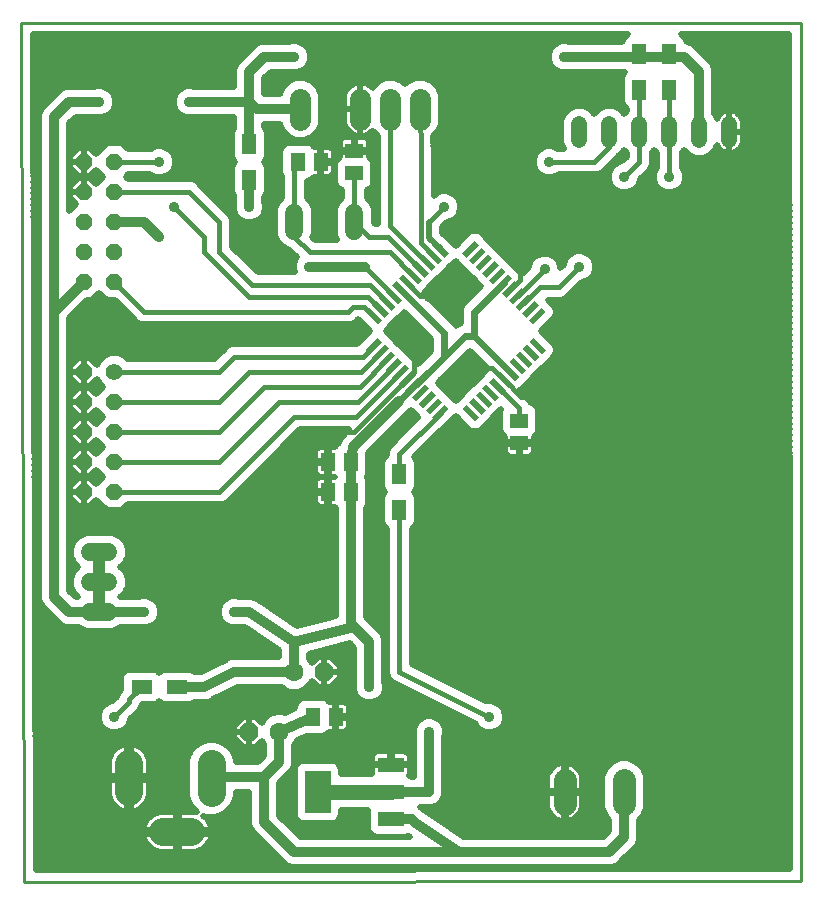
<source format=gbl>
G75*
%MOIN*%
%OFA0B0*%
%FSLAX25Y25*%
%IPPOS*%
%LPD*%
%AMOC8*
5,1,8,0,0,1.08239X$1,22.5*
%
%ADD10C,0.00000*%
%ADD11C,0.01000*%
%ADD12C,0.06300*%
%ADD13OC8,0.06300*%
%ADD14C,0.05600*%
%ADD15OC8,0.05600*%
%ADD16C,0.05200*%
%ADD17C,0.06000*%
%ADD18C,0.09449*%
%ADD19C,0.07000*%
%ADD20R,0.05906X0.01969*%
%ADD21R,0.01969X0.05906*%
%ADD22R,0.04724X0.07087*%
%ADD23R,0.07087X0.04724*%
%ADD24R,0.08799X0.04799*%
%ADD25R,0.08661X0.14173*%
%ADD26R,0.05906X0.05118*%
%ADD27R,0.05118X0.05906*%
%ADD28C,0.07800*%
%ADD29C,0.01969*%
%ADD30C,0.01600*%
%ADD31C,0.03562*%
%ADD32C,0.03200*%
%ADD33C,0.04000*%
%ADD34C,0.02400*%
%ADD35C,0.05000*%
D10*
X0247600Y0001984D02*
X0261600Y0002284D01*
D11*
X0002600Y0001984D02*
X0001500Y0288384D01*
X0261500Y0288384D01*
X0261600Y0002284D01*
X0002600Y0001984D01*
D12*
X0087600Y0051984D03*
X0092600Y0071984D03*
D13*
X0102600Y0071984D03*
X0077600Y0051984D03*
D14*
X0032600Y0171984D03*
D15*
X0032600Y0161984D03*
X0032600Y0151984D03*
X0032600Y0141984D03*
X0032600Y0131984D03*
X0022600Y0131984D03*
X0022600Y0141984D03*
X0022600Y0151984D03*
X0022600Y0161984D03*
X0022600Y0171984D03*
X0022600Y0201984D03*
X0032600Y0201984D03*
X0032600Y0211984D03*
X0032600Y0221984D03*
X0022600Y0221984D03*
X0022600Y0211984D03*
X0022600Y0231984D03*
X0022600Y0241984D03*
X0032600Y0241984D03*
X0032600Y0231984D03*
D16*
X0187600Y0249384D02*
X0187600Y0254584D01*
X0197600Y0254584D02*
X0197600Y0249384D01*
X0207600Y0249384D02*
X0207600Y0254584D01*
X0217600Y0254584D02*
X0217600Y0249384D01*
X0227600Y0249384D02*
X0227600Y0254584D01*
X0237600Y0254584D02*
X0237600Y0249384D01*
D17*
X0112600Y0224984D02*
X0112600Y0218984D01*
X0092600Y0218984D02*
X0092600Y0224984D01*
X0030600Y0111984D02*
X0024600Y0111984D01*
X0024600Y0101984D02*
X0030600Y0101984D01*
X0030600Y0091984D02*
X0024600Y0091984D01*
D18*
X0037421Y0041425D02*
X0037421Y0031976D01*
X0048839Y0018709D02*
X0058287Y0018709D01*
X0065000Y0031760D02*
X0065000Y0041209D01*
D19*
X0094569Y0256083D02*
X0094569Y0263083D01*
X0114569Y0263083D02*
X0114569Y0256083D01*
X0124569Y0256083D02*
X0124569Y0263083D01*
X0134569Y0263083D02*
X0134569Y0256083D01*
D20*
G36*
X0142717Y0210119D02*
X0138542Y0214294D01*
X0139933Y0215685D01*
X0144108Y0211510D01*
X0142717Y0210119D01*
G37*
G36*
X0140489Y0207892D02*
X0136314Y0212067D01*
X0137705Y0213458D01*
X0141880Y0209283D01*
X0140489Y0207892D01*
G37*
G36*
X0138262Y0205665D02*
X0134087Y0209840D01*
X0135478Y0211231D01*
X0139653Y0207056D01*
X0138262Y0205665D01*
G37*
G36*
X0136035Y0203438D02*
X0131860Y0207613D01*
X0133251Y0209004D01*
X0137426Y0204829D01*
X0136035Y0203438D01*
G37*
G36*
X0133808Y0201210D02*
X0129633Y0205385D01*
X0131024Y0206776D01*
X0135199Y0202601D01*
X0133808Y0201210D01*
G37*
G36*
X0131581Y0198983D02*
X0127406Y0203158D01*
X0128797Y0204549D01*
X0132972Y0200374D01*
X0131581Y0198983D01*
G37*
G36*
X0129354Y0196756D02*
X0125179Y0200931D01*
X0126570Y0202322D01*
X0130745Y0198147D01*
X0129354Y0196756D01*
G37*
G36*
X0127127Y0194529D02*
X0122952Y0198704D01*
X0124343Y0200095D01*
X0128518Y0195920D01*
X0127127Y0194529D01*
G37*
G36*
X0124900Y0192302D02*
X0120725Y0196477D01*
X0122116Y0197868D01*
X0126291Y0193693D01*
X0124900Y0192302D01*
G37*
G36*
X0122673Y0190075D02*
X0118498Y0194250D01*
X0119889Y0195641D01*
X0124064Y0191466D01*
X0122673Y0190075D01*
G37*
G36*
X0120445Y0187848D02*
X0116270Y0192023D01*
X0117661Y0193414D01*
X0121836Y0189239D01*
X0120445Y0187848D01*
G37*
G36*
X0152739Y0155555D02*
X0148564Y0159730D01*
X0149955Y0161121D01*
X0154130Y0156946D01*
X0152739Y0155555D01*
G37*
G36*
X0154966Y0157782D02*
X0150791Y0161957D01*
X0152182Y0163348D01*
X0156357Y0159173D01*
X0154966Y0157782D01*
G37*
G36*
X0157193Y0160009D02*
X0153018Y0164184D01*
X0154409Y0165575D01*
X0158584Y0161400D01*
X0157193Y0160009D01*
G37*
G36*
X0159420Y0162236D02*
X0155245Y0166411D01*
X0156636Y0167802D01*
X0160811Y0163627D01*
X0159420Y0162236D01*
G37*
G36*
X0161647Y0164463D02*
X0157472Y0168638D01*
X0158863Y0170029D01*
X0163038Y0165854D01*
X0161647Y0164463D01*
G37*
G36*
X0163874Y0166690D02*
X0159699Y0170865D01*
X0161090Y0172256D01*
X0165265Y0168081D01*
X0163874Y0166690D01*
G37*
G36*
X0166101Y0168917D02*
X0161926Y0173092D01*
X0163317Y0174483D01*
X0167492Y0170308D01*
X0166101Y0168917D01*
G37*
G36*
X0168328Y0171144D02*
X0164153Y0175319D01*
X0165544Y0176710D01*
X0169719Y0172535D01*
X0168328Y0171144D01*
G37*
G36*
X0170555Y0173372D02*
X0166380Y0177547D01*
X0167771Y0178938D01*
X0171946Y0174763D01*
X0170555Y0173372D01*
G37*
G36*
X0172783Y0175599D02*
X0168608Y0179774D01*
X0169999Y0181165D01*
X0174174Y0176990D01*
X0172783Y0175599D01*
G37*
G36*
X0175010Y0177826D02*
X0170835Y0182001D01*
X0172226Y0183392D01*
X0176401Y0179217D01*
X0175010Y0177826D01*
G37*
D21*
G36*
X0172226Y0187848D02*
X0170835Y0189239D01*
X0175010Y0193414D01*
X0176401Y0192023D01*
X0172226Y0187848D01*
G37*
G36*
X0169999Y0190075D02*
X0168608Y0191466D01*
X0172783Y0195641D01*
X0174174Y0194250D01*
X0169999Y0190075D01*
G37*
G36*
X0167771Y0192302D02*
X0166380Y0193693D01*
X0170555Y0197868D01*
X0171946Y0196477D01*
X0167771Y0192302D01*
G37*
G36*
X0165544Y0194529D02*
X0164153Y0195920D01*
X0168328Y0200095D01*
X0169719Y0198704D01*
X0165544Y0194529D01*
G37*
G36*
X0163317Y0196756D02*
X0161926Y0198147D01*
X0166101Y0202322D01*
X0167492Y0200931D01*
X0163317Y0196756D01*
G37*
G36*
X0161090Y0198983D02*
X0159699Y0200374D01*
X0163874Y0204549D01*
X0165265Y0203158D01*
X0161090Y0198983D01*
G37*
G36*
X0158863Y0201210D02*
X0157472Y0202601D01*
X0161647Y0206776D01*
X0163038Y0205385D01*
X0158863Y0201210D01*
G37*
G36*
X0156636Y0203438D02*
X0155245Y0204829D01*
X0159420Y0209004D01*
X0160811Y0207613D01*
X0156636Y0203438D01*
G37*
G36*
X0154409Y0205665D02*
X0153018Y0207056D01*
X0157193Y0211231D01*
X0158584Y0209840D01*
X0154409Y0205665D01*
G37*
G36*
X0152182Y0207892D02*
X0150791Y0209283D01*
X0154966Y0213458D01*
X0156357Y0212067D01*
X0152182Y0207892D01*
G37*
G36*
X0149955Y0210119D02*
X0148564Y0211510D01*
X0152739Y0215685D01*
X0154130Y0214294D01*
X0149955Y0210119D01*
G37*
G36*
X0119889Y0175599D02*
X0118498Y0176990D01*
X0122673Y0181165D01*
X0124064Y0179774D01*
X0119889Y0175599D01*
G37*
G36*
X0122116Y0173372D02*
X0120725Y0174763D01*
X0124900Y0178938D01*
X0126291Y0177547D01*
X0122116Y0173372D01*
G37*
G36*
X0124343Y0171144D02*
X0122952Y0172535D01*
X0127127Y0176710D01*
X0128518Y0175319D01*
X0124343Y0171144D01*
G37*
G36*
X0126570Y0168917D02*
X0125179Y0170308D01*
X0129354Y0174483D01*
X0130745Y0173092D01*
X0126570Y0168917D01*
G37*
G36*
X0128797Y0166690D02*
X0127406Y0168081D01*
X0131581Y0172256D01*
X0132972Y0170865D01*
X0128797Y0166690D01*
G37*
G36*
X0131024Y0164463D02*
X0129633Y0165854D01*
X0133808Y0170029D01*
X0135199Y0168638D01*
X0131024Y0164463D01*
G37*
G36*
X0133251Y0162236D02*
X0131860Y0163627D01*
X0136035Y0167802D01*
X0137426Y0166411D01*
X0133251Y0162236D01*
G37*
G36*
X0135478Y0160009D02*
X0134087Y0161400D01*
X0138262Y0165575D01*
X0139653Y0164184D01*
X0135478Y0160009D01*
G37*
G36*
X0137705Y0157782D02*
X0136314Y0159173D01*
X0140489Y0163348D01*
X0141880Y0161957D01*
X0137705Y0157782D01*
G37*
G36*
X0139933Y0155555D02*
X0138542Y0156946D01*
X0142717Y0161121D01*
X0144108Y0159730D01*
X0139933Y0155555D01*
G37*
G36*
X0117661Y0177826D02*
X0116270Y0179217D01*
X0120445Y0183392D01*
X0121836Y0182001D01*
X0117661Y0177826D01*
G37*
D22*
X0127600Y0137886D03*
X0127600Y0126083D03*
X0077600Y0236083D03*
X0077600Y0247886D03*
X0207600Y0266083D03*
X0217600Y0266083D03*
X0217600Y0277886D03*
X0207600Y0277886D03*
D23*
X0053502Y0066984D03*
X0041698Y0066984D03*
D24*
X0124801Y0041083D03*
X0124801Y0031984D03*
X0124801Y0022886D03*
D25*
X0100399Y0031984D03*
D26*
X0167600Y0148244D03*
X0167600Y0155724D03*
X0112600Y0238244D03*
X0112600Y0245724D03*
D27*
X0101340Y0241984D03*
X0093860Y0241984D03*
X0103860Y0141984D03*
X0111340Y0141984D03*
X0111340Y0131984D03*
X0103860Y0131984D03*
X0106340Y0056984D03*
X0098860Y0056984D03*
D28*
X0182700Y0035884D02*
X0182700Y0028084D01*
X0202500Y0028084D02*
X0202500Y0035884D01*
D29*
X0199814Y0042656D02*
X0142584Y0042656D01*
X0142584Y0040689D02*
X0179302Y0040689D01*
X0179616Y0040917D02*
X0178867Y0040373D01*
X0178212Y0039718D01*
X0177667Y0038968D01*
X0177247Y0038143D01*
X0176961Y0037262D01*
X0176816Y0036347D01*
X0176816Y0032300D01*
X0182384Y0032300D01*
X0182384Y0031668D01*
X0183016Y0031668D01*
X0183016Y0022200D01*
X0183163Y0022200D01*
X0184078Y0022345D01*
X0184959Y0022631D01*
X0185784Y0023052D01*
X0186533Y0023596D01*
X0187188Y0024251D01*
X0187733Y0025000D01*
X0188153Y0025825D01*
X0188439Y0026706D01*
X0188584Y0027621D01*
X0188584Y0031668D01*
X0183016Y0031668D01*
X0183016Y0032300D01*
X0188584Y0032300D01*
X0188584Y0036347D01*
X0188439Y0037262D01*
X0188153Y0038143D01*
X0187733Y0038968D01*
X0187188Y0039718D01*
X0186533Y0040373D01*
X0185784Y0040917D01*
X0184959Y0041337D01*
X0184078Y0041624D01*
X0183163Y0041768D01*
X0183016Y0041768D01*
X0183016Y0032300D01*
X0182384Y0032300D01*
X0182384Y0041768D01*
X0182237Y0041768D01*
X0181322Y0041624D01*
X0180441Y0041337D01*
X0179616Y0040917D01*
X0182384Y0040689D02*
X0183016Y0040689D01*
X0183016Y0038722D02*
X0182384Y0038722D01*
X0182384Y0036755D02*
X0183016Y0036755D01*
X0183016Y0034788D02*
X0182384Y0034788D01*
X0182384Y0032821D02*
X0183016Y0032821D01*
X0182384Y0031668D02*
X0176816Y0031668D01*
X0176816Y0027621D01*
X0176961Y0026706D01*
X0177247Y0025825D01*
X0177667Y0025000D01*
X0178212Y0024251D01*
X0178867Y0023596D01*
X0179616Y0023052D01*
X0180441Y0022631D01*
X0181322Y0022345D01*
X0182237Y0022200D01*
X0182384Y0022200D01*
X0182384Y0031668D01*
X0182384Y0030854D02*
X0183016Y0030854D01*
X0183016Y0028887D02*
X0182384Y0028887D01*
X0182384Y0026920D02*
X0183016Y0026920D01*
X0183016Y0024953D02*
X0182384Y0024953D01*
X0182384Y0022986D02*
X0183016Y0022986D01*
X0185655Y0022986D02*
X0197297Y0022986D01*
X0197516Y0022767D02*
X0197516Y0018949D01*
X0195535Y0016968D01*
X0149109Y0016968D01*
X0135775Y0025858D01*
X0134633Y0027000D01*
X0138591Y0027000D01*
X0140423Y0027759D01*
X0141825Y0029161D01*
X0142584Y0030993D01*
X0142584Y0050520D01*
X0142765Y0050957D01*
X0142765Y0053012D01*
X0141979Y0054910D01*
X0140526Y0056363D01*
X0138627Y0057150D01*
X0136573Y0057150D01*
X0134674Y0056363D01*
X0133221Y0054910D01*
X0132435Y0053012D01*
X0132435Y0050957D01*
X0132616Y0050520D01*
X0132616Y0036968D01*
X0131402Y0036968D01*
X0131117Y0037253D01*
X0130735Y0037411D01*
X0130788Y0037465D01*
X0131049Y0037917D01*
X0131185Y0038422D01*
X0131185Y0040867D01*
X0125016Y0040867D01*
X0125016Y0041298D01*
X0124585Y0041298D01*
X0124585Y0040867D01*
X0118417Y0040867D01*
X0118417Y0038422D01*
X0118552Y0037917D01*
X0118580Y0037868D01*
X0108114Y0037868D01*
X0108114Y0039744D01*
X0107599Y0040988D01*
X0106647Y0041940D01*
X0105403Y0042455D01*
X0095395Y0042455D01*
X0094151Y0041940D01*
X0093199Y0040988D01*
X0092684Y0039744D01*
X0092684Y0024224D01*
X0093199Y0022981D01*
X0094151Y0022029D01*
X0095395Y0021513D01*
X0105403Y0021513D01*
X0106647Y0022029D01*
X0107599Y0022981D01*
X0108114Y0024224D01*
X0108114Y0026100D01*
X0117076Y0026100D01*
X0117017Y0025959D01*
X0117017Y0019813D01*
X0117532Y0018569D01*
X0118484Y0017617D01*
X0119728Y0017102D01*
X0129874Y0017102D01*
X0130530Y0017374D01*
X0131138Y0016968D01*
X0094665Y0016968D01*
X0087584Y0024049D01*
X0087584Y0034920D01*
X0091825Y0039161D01*
X0092584Y0040993D01*
X0092584Y0047728D01*
X0093139Y0048283D01*
X0093499Y0049150D01*
X0096870Y0050647D01*
X0102092Y0050647D01*
X0103336Y0051162D01*
X0104221Y0052047D01*
X0106045Y0052047D01*
X0106045Y0056689D01*
X0106635Y0056689D01*
X0106635Y0052047D01*
X0109160Y0052047D01*
X0109665Y0052182D01*
X0110118Y0052444D01*
X0110487Y0052813D01*
X0110748Y0053266D01*
X0110883Y0053770D01*
X0110883Y0056689D01*
X0106636Y0056689D01*
X0106636Y0057280D01*
X0110883Y0057280D01*
X0110883Y0060198D01*
X0110748Y0060703D01*
X0110487Y0061155D01*
X0110118Y0061525D01*
X0109665Y0061786D01*
X0109160Y0061921D01*
X0106635Y0061921D01*
X0106635Y0057280D01*
X0106045Y0057280D01*
X0106045Y0061921D01*
X0104221Y0061921D01*
X0103336Y0062806D01*
X0102092Y0063321D01*
X0095628Y0063321D01*
X0094384Y0062806D01*
X0093432Y0061854D01*
X0092917Y0060610D01*
X0092917Y0059799D01*
X0089486Y0058275D01*
X0088900Y0058518D01*
X0086300Y0058518D01*
X0083899Y0057524D01*
X0082061Y0055686D01*
X0081797Y0055048D01*
X0079727Y0057118D01*
X0077600Y0057118D01*
X0077600Y0051984D01*
X0077600Y0046850D01*
X0079727Y0046850D01*
X0081797Y0048920D01*
X0082061Y0048283D01*
X0082616Y0047728D01*
X0082616Y0044049D01*
X0080535Y0041968D01*
X0073109Y0041968D01*
X0073109Y0042822D01*
X0071874Y0045802D01*
X0069593Y0048083D01*
X0066613Y0049317D01*
X0063387Y0049317D01*
X0060407Y0048083D01*
X0058126Y0045802D01*
X0056891Y0042822D01*
X0056891Y0030147D01*
X0058126Y0027167D01*
X0060133Y0025159D01*
X0059599Y0025303D01*
X0058727Y0025417D01*
X0054154Y0025417D01*
X0054154Y0019299D01*
X0064976Y0019299D01*
X0064881Y0020020D01*
X0064654Y0020870D01*
X0064317Y0021682D01*
X0063877Y0022444D01*
X0063342Y0023141D01*
X0062720Y0023763D01*
X0062255Y0024120D01*
X0063387Y0023651D01*
X0066613Y0023651D01*
X0069593Y0024886D01*
X0071874Y0027167D01*
X0073109Y0030147D01*
X0073109Y0032000D01*
X0077616Y0032000D01*
X0077616Y0020993D01*
X0078375Y0019161D01*
X0079777Y0017759D01*
X0089777Y0007759D01*
X0091609Y0007000D01*
X0147112Y0007000D01*
X0147605Y0006902D01*
X0148094Y0007000D01*
X0198591Y0007000D01*
X0200423Y0007759D01*
X0201825Y0009161D01*
X0206725Y0014061D01*
X0207484Y0015893D01*
X0207484Y0022767D01*
X0208675Y0023958D01*
X0209784Y0026635D01*
X0209784Y0037333D01*
X0208675Y0040010D01*
X0206626Y0042060D01*
X0203949Y0043168D01*
X0201051Y0043168D01*
X0198374Y0042060D01*
X0196325Y0040010D01*
X0195216Y0037333D01*
X0195216Y0026635D01*
X0196325Y0023958D01*
X0197516Y0022767D01*
X0197516Y0021019D02*
X0143034Y0021019D01*
X0145984Y0019052D02*
X0197516Y0019052D01*
X0195652Y0017085D02*
X0148935Y0017085D01*
X0140083Y0022986D02*
X0179745Y0022986D01*
X0177702Y0024953D02*
X0137133Y0024953D01*
X0134713Y0026920D02*
X0176927Y0026920D01*
X0176816Y0028887D02*
X0141551Y0028887D01*
X0142527Y0030854D02*
X0176816Y0030854D01*
X0176816Y0032821D02*
X0142584Y0032821D01*
X0142584Y0034788D02*
X0176816Y0034788D01*
X0176880Y0036755D02*
X0142584Y0036755D01*
X0142584Y0038722D02*
X0177542Y0038722D01*
X0186098Y0040689D02*
X0197003Y0040689D01*
X0195791Y0038722D02*
X0187858Y0038722D01*
X0188520Y0036755D02*
X0195216Y0036755D01*
X0195216Y0034788D02*
X0188584Y0034788D01*
X0188584Y0032821D02*
X0195216Y0032821D01*
X0195216Y0030854D02*
X0188584Y0030854D01*
X0188584Y0028887D02*
X0195216Y0028887D01*
X0195216Y0026920D02*
X0188473Y0026920D01*
X0187698Y0024953D02*
X0195913Y0024953D01*
X0207703Y0022986D02*
X0257709Y0022986D01*
X0257708Y0024953D02*
X0209087Y0024953D01*
X0209784Y0026920D02*
X0257707Y0026920D01*
X0257706Y0028887D02*
X0209784Y0028887D01*
X0209784Y0030854D02*
X0257706Y0030854D01*
X0257705Y0032821D02*
X0209784Y0032821D01*
X0209784Y0034788D02*
X0257704Y0034788D01*
X0257704Y0036755D02*
X0209784Y0036755D01*
X0209209Y0038722D02*
X0257703Y0038722D01*
X0257702Y0040689D02*
X0207997Y0040689D01*
X0205186Y0042656D02*
X0257702Y0042656D01*
X0257701Y0044623D02*
X0142584Y0044623D01*
X0142584Y0046590D02*
X0257700Y0046590D01*
X0257700Y0048557D02*
X0142584Y0048557D01*
X0142586Y0050524D02*
X0257699Y0050524D01*
X0257698Y0052491D02*
X0160250Y0052491D01*
X0160526Y0052605D02*
X0161979Y0054058D01*
X0162765Y0055957D01*
X0162765Y0058012D01*
X0161979Y0059910D01*
X0160526Y0061363D01*
X0158627Y0062150D01*
X0156626Y0062150D01*
X0131784Y0074570D01*
X0131784Y0119631D01*
X0131879Y0119670D01*
X0132831Y0120622D01*
X0133346Y0121866D01*
X0133346Y0130299D01*
X0132831Y0131543D01*
X0132390Y0131984D01*
X0132831Y0132425D01*
X0133346Y0133669D01*
X0133346Y0142102D01*
X0132831Y0143346D01*
X0132541Y0143637D01*
X0141405Y0152501D01*
X0141850Y0152685D01*
X0146336Y0157171D01*
X0150821Y0152685D01*
X0152065Y0152170D01*
X0153412Y0152170D01*
X0154655Y0152685D01*
X0156999Y0155029D01*
X0159110Y0157139D01*
X0161454Y0159483D01*
X0161500Y0159530D01*
X0161263Y0158957D01*
X0161263Y0152492D01*
X0161778Y0151248D01*
X0162663Y0150364D01*
X0162663Y0148539D01*
X0167305Y0148539D01*
X0167305Y0147949D01*
X0167895Y0147949D01*
X0167895Y0143701D01*
X0170814Y0143701D01*
X0171319Y0143836D01*
X0171771Y0144097D01*
X0172141Y0144467D01*
X0172402Y0144919D01*
X0172537Y0145424D01*
X0172537Y0147949D01*
X0167895Y0147949D01*
X0167895Y0148539D01*
X0172537Y0148539D01*
X0172537Y0150364D01*
X0173422Y0151248D01*
X0173937Y0152492D01*
X0173937Y0158957D01*
X0173422Y0160200D01*
X0172470Y0161152D01*
X0171433Y0161582D01*
X0171147Y0162271D01*
X0167561Y0165858D01*
X0168018Y0166047D01*
X0170362Y0168391D01*
X0172472Y0170502D01*
X0172472Y0170502D01*
X0174816Y0172846D01*
X0177043Y0175073D01*
X0179271Y0177300D01*
X0179786Y0178544D01*
X0179786Y0179890D01*
X0179271Y0181134D01*
X0174785Y0185620D01*
X0179271Y0190106D01*
X0179786Y0191350D01*
X0179786Y0192696D01*
X0179271Y0193940D01*
X0177110Y0196100D01*
X0181732Y0196100D01*
X0183270Y0196737D01*
X0188352Y0201819D01*
X0188627Y0201819D01*
X0190526Y0202605D01*
X0191979Y0204058D01*
X0192765Y0205957D01*
X0192765Y0208012D01*
X0191979Y0209910D01*
X0190526Y0211363D01*
X0188627Y0212150D01*
X0186573Y0212150D01*
X0184674Y0211363D01*
X0183221Y0209910D01*
X0182435Y0208012D01*
X0182435Y0207736D01*
X0181165Y0206467D01*
X0181165Y0207312D01*
X0180379Y0209210D01*
X0178926Y0210663D01*
X0177027Y0211450D01*
X0174973Y0211450D01*
X0173074Y0210663D01*
X0171621Y0209210D01*
X0170835Y0207312D01*
X0170835Y0207036D01*
X0168351Y0204553D01*
X0168135Y0205075D01*
X0165791Y0207419D01*
X0163564Y0209646D01*
X0161454Y0211757D01*
X0159110Y0214101D01*
X0159110Y0214101D01*
X0156883Y0216328D01*
X0154655Y0218555D01*
X0153412Y0219070D01*
X0152065Y0219070D01*
X0150821Y0218555D01*
X0146336Y0214069D01*
X0145028Y0215376D01*
X0145028Y0215376D01*
X0141968Y0218436D01*
X0141968Y0220435D01*
X0143352Y0221819D01*
X0143627Y0221819D01*
X0145526Y0222605D01*
X0146979Y0224058D01*
X0147765Y0225957D01*
X0147765Y0228012D01*
X0146979Y0229910D01*
X0145526Y0231363D01*
X0143627Y0232150D01*
X0141573Y0232150D01*
X0139674Y0231363D01*
X0138984Y0230673D01*
X0138984Y0243552D01*
X0138996Y0243583D01*
X0138984Y0244383D01*
X0138984Y0245183D01*
X0138972Y0245214D01*
X0138889Y0250667D01*
X0140405Y0252183D01*
X0141453Y0254713D01*
X0141453Y0264452D01*
X0140405Y0266982D01*
X0138468Y0268919D01*
X0135938Y0269967D01*
X0133199Y0269967D01*
X0130669Y0268919D01*
X0129568Y0267818D01*
X0128468Y0268919D01*
X0125938Y0269967D01*
X0123199Y0269967D01*
X0120669Y0268919D01*
X0118732Y0266982D01*
X0118642Y0266765D01*
X0118141Y0267266D01*
X0117443Y0267773D01*
X0116674Y0268165D01*
X0115853Y0268432D01*
X0115000Y0268567D01*
X0114569Y0268567D01*
X0114569Y0259583D01*
X0114568Y0259583D01*
X0114568Y0259583D01*
X0109084Y0259583D01*
X0109084Y0263514D01*
X0109219Y0264367D01*
X0109486Y0265188D01*
X0109878Y0265957D01*
X0110385Y0266655D01*
X0110996Y0267266D01*
X0111694Y0267773D01*
X0112463Y0268165D01*
X0113284Y0268432D01*
X0114137Y0268567D01*
X0114568Y0268567D01*
X0114568Y0259583D01*
X0109084Y0259583D01*
X0109084Y0255651D01*
X0109219Y0254798D01*
X0109486Y0253977D01*
X0109878Y0253208D01*
X0110385Y0252510D01*
X0110996Y0251900D01*
X0111694Y0251392D01*
X0112463Y0251000D01*
X0113284Y0250733D01*
X0114137Y0250598D01*
X0114568Y0250598D01*
X0114568Y0259583D01*
X0114569Y0259583D01*
X0114569Y0250598D01*
X0115000Y0250598D01*
X0115853Y0250733D01*
X0116674Y0251000D01*
X0117443Y0251392D01*
X0118141Y0251900D01*
X0118642Y0252401D01*
X0118732Y0252183D01*
X0120384Y0250531D01*
X0120384Y0221168D01*
X0119333Y0221168D01*
X0118984Y0221517D01*
X0118984Y0226254D01*
X0118012Y0228601D01*
X0116784Y0229829D01*
X0116784Y0232532D01*
X0117470Y0232816D01*
X0118422Y0233768D01*
X0118937Y0235012D01*
X0118937Y0241476D01*
X0118422Y0242720D01*
X0117537Y0243605D01*
X0117537Y0245429D01*
X0112895Y0245429D01*
X0112895Y0246020D01*
X0112305Y0246020D01*
X0112305Y0250268D01*
X0109386Y0250268D01*
X0108881Y0250132D01*
X0108429Y0249871D01*
X0108059Y0249502D01*
X0107798Y0249049D01*
X0107663Y0248545D01*
X0107663Y0246020D01*
X0112305Y0246020D01*
X0112305Y0245429D01*
X0107663Y0245429D01*
X0107663Y0243605D01*
X0106778Y0242720D01*
X0106263Y0241476D01*
X0106263Y0235012D01*
X0106778Y0233768D01*
X0107730Y0232816D01*
X0108416Y0232532D01*
X0108416Y0229829D01*
X0107188Y0228601D01*
X0106216Y0226254D01*
X0106216Y0217714D01*
X0106897Y0216068D01*
X0099433Y0216068D01*
X0098634Y0216868D01*
X0098984Y0217714D01*
X0098984Y0226254D01*
X0098012Y0228601D01*
X0096784Y0229829D01*
X0096784Y0235647D01*
X0097092Y0235647D01*
X0098336Y0236162D01*
X0099221Y0237047D01*
X0101045Y0237047D01*
X0101045Y0241689D01*
X0101635Y0241689D01*
X0101635Y0237047D01*
X0104160Y0237047D01*
X0104665Y0237182D01*
X0105118Y0237444D01*
X0105487Y0237813D01*
X0105748Y0238266D01*
X0105883Y0238770D01*
X0105883Y0241689D01*
X0101636Y0241689D01*
X0101636Y0242280D01*
X0105883Y0242280D01*
X0105883Y0245198D01*
X0105748Y0245703D01*
X0105487Y0246155D01*
X0105118Y0246525D01*
X0104665Y0246786D01*
X0104160Y0246921D01*
X0101635Y0246921D01*
X0101635Y0242280D01*
X0101045Y0242280D01*
X0101045Y0246921D01*
X0099221Y0246921D01*
X0098336Y0247806D01*
X0097092Y0248321D01*
X0090628Y0248321D01*
X0089384Y0247806D01*
X0088432Y0246854D01*
X0087917Y0245610D01*
X0087917Y0238358D01*
X0088416Y0237153D01*
X0088416Y0229829D01*
X0087188Y0228601D01*
X0086216Y0226254D01*
X0086216Y0217714D01*
X0087188Y0215368D01*
X0088984Y0213572D01*
X0090881Y0212786D01*
X0093489Y0210178D01*
X0093221Y0209910D01*
X0092435Y0208012D01*
X0092435Y0205957D01*
X0092761Y0205168D01*
X0080333Y0205168D01*
X0071784Y0213717D01*
X0071784Y0222817D01*
X0071147Y0224354D01*
X0061147Y0234354D01*
X0059970Y0235531D01*
X0058432Y0236168D01*
X0037162Y0236168D01*
X0036346Y0236984D01*
X0037162Y0237800D01*
X0044479Y0237800D01*
X0044674Y0237605D01*
X0046573Y0236819D01*
X0048627Y0236819D01*
X0050526Y0237605D01*
X0051979Y0239058D01*
X0052765Y0240957D01*
X0052765Y0243012D01*
X0051979Y0244910D01*
X0050526Y0246363D01*
X0048627Y0247150D01*
X0046573Y0247150D01*
X0044674Y0246363D01*
X0044479Y0246168D01*
X0037162Y0246168D01*
X0035162Y0248168D01*
X0030038Y0248168D01*
X0026610Y0244740D01*
X0024582Y0246768D01*
X0022600Y0246768D01*
X0020618Y0246768D01*
X0017816Y0243966D01*
X0017816Y0241984D01*
X0017816Y0240003D01*
X0020618Y0237200D01*
X0022600Y0237200D01*
X0024582Y0237200D01*
X0026610Y0239228D01*
X0028854Y0236984D01*
X0026610Y0234740D01*
X0024582Y0236768D01*
X0022600Y0236768D01*
X0020618Y0236768D01*
X0017816Y0233966D01*
X0017816Y0231984D01*
X0017816Y0230003D01*
X0019844Y0227974D01*
X0017584Y0225714D01*
X0017584Y0254920D01*
X0019665Y0257000D01*
X0026135Y0257000D01*
X0026573Y0256819D01*
X0028627Y0256819D01*
X0030526Y0257605D01*
X0031979Y0259058D01*
X0032765Y0260957D01*
X0032765Y0263012D01*
X0031979Y0264910D01*
X0030526Y0266363D01*
X0028627Y0267150D01*
X0026573Y0267150D01*
X0026135Y0266968D01*
X0016609Y0266968D01*
X0014777Y0266210D01*
X0013375Y0264808D01*
X0009777Y0261210D01*
X0008375Y0259808D01*
X0007616Y0257976D01*
X0007616Y0095993D01*
X0008375Y0094161D01*
X0009777Y0092759D01*
X0014777Y0087759D01*
X0016609Y0087000D01*
X0020556Y0087000D01*
X0020984Y0086572D01*
X0023330Y0085600D01*
X0031870Y0085600D01*
X0034216Y0086572D01*
X0034644Y0087000D01*
X0041135Y0087000D01*
X0041573Y0086819D01*
X0043627Y0086819D01*
X0045526Y0087605D01*
X0046979Y0089058D01*
X0047765Y0090957D01*
X0047765Y0093012D01*
X0046979Y0094910D01*
X0045526Y0096363D01*
X0043627Y0097150D01*
X0041573Y0097150D01*
X0041135Y0096968D01*
X0034644Y0096968D01*
X0034629Y0096984D01*
X0036012Y0098368D01*
X0036984Y0100714D01*
X0036984Y0103254D01*
X0036012Y0105601D01*
X0034629Y0106984D01*
X0036012Y0108368D01*
X0036984Y0110714D01*
X0036984Y0113254D01*
X0036012Y0115601D01*
X0034216Y0117397D01*
X0031870Y0118368D01*
X0023330Y0118368D01*
X0020984Y0117397D01*
X0019188Y0115601D01*
X0018216Y0113254D01*
X0018216Y0110714D01*
X0019188Y0108368D01*
X0020571Y0106984D01*
X0019188Y0105601D01*
X0018216Y0103254D01*
X0018216Y0100714D01*
X0019188Y0098368D01*
X0020571Y0096984D01*
X0020556Y0096968D01*
X0019665Y0096968D01*
X0017584Y0099049D01*
X0017584Y0189920D01*
X0023465Y0195800D01*
X0025162Y0195800D01*
X0027600Y0198238D01*
X0030038Y0195800D01*
X0032867Y0195800D01*
X0039053Y0189614D01*
X0040230Y0188437D01*
X0041768Y0187800D01*
X0111232Y0187800D01*
X0112770Y0188437D01*
X0113920Y0189587D01*
X0117886Y0185620D01*
X0113435Y0181168D01*
X0071768Y0181168D01*
X0070230Y0180531D01*
X0069053Y0179354D01*
X0065867Y0176168D01*
X0037162Y0176168D01*
X0036103Y0177227D01*
X0033830Y0178168D01*
X0031370Y0178168D01*
X0029097Y0177227D01*
X0027357Y0175487D01*
X0026920Y0174431D01*
X0024582Y0176768D01*
X0022600Y0176768D01*
X0020618Y0176768D01*
X0017816Y0173966D01*
X0017816Y0171984D01*
X0017816Y0170003D01*
X0020618Y0167200D01*
X0022600Y0167200D01*
X0024582Y0167200D01*
X0026920Y0169538D01*
X0027357Y0168481D01*
X0028854Y0166984D01*
X0026610Y0164740D01*
X0024582Y0166768D01*
X0022600Y0166768D01*
X0020618Y0166768D01*
X0017816Y0163966D01*
X0017816Y0161984D01*
X0017816Y0160003D01*
X0020618Y0157200D01*
X0022600Y0157200D01*
X0024582Y0157200D01*
X0026610Y0159228D01*
X0028854Y0156984D01*
X0026610Y0154740D01*
X0024582Y0156768D01*
X0022600Y0156768D01*
X0020618Y0156768D01*
X0017816Y0153966D01*
X0017816Y0151984D01*
X0017816Y0150003D01*
X0020618Y0147200D01*
X0022600Y0147200D01*
X0024582Y0147200D01*
X0026610Y0149228D01*
X0028854Y0146984D01*
X0026610Y0144740D01*
X0024582Y0146768D01*
X0022600Y0146768D01*
X0020618Y0146768D01*
X0017816Y0143966D01*
X0017816Y0141984D01*
X0017816Y0140003D01*
X0020618Y0137200D01*
X0022600Y0137200D01*
X0024582Y0137200D01*
X0026610Y0139228D01*
X0028854Y0136984D01*
X0026610Y0134740D01*
X0024582Y0136768D01*
X0022600Y0136768D01*
X0020618Y0136768D01*
X0017816Y0133966D01*
X0017816Y0131984D01*
X0017816Y0130003D01*
X0020618Y0127200D01*
X0022600Y0127200D01*
X0024582Y0127200D01*
X0026610Y0129228D01*
X0030038Y0125800D01*
X0035162Y0125800D01*
X0037162Y0127800D01*
X0068432Y0127800D01*
X0069970Y0128437D01*
X0094333Y0152800D01*
X0110921Y0152800D01*
X0108915Y0150794D01*
X0108437Y0150450D01*
X0108220Y0150099D01*
X0107929Y0149808D01*
X0107704Y0149264D01*
X0107394Y0148764D01*
X0107328Y0148357D01*
X0107170Y0147976D01*
X0107170Y0147933D01*
X0106864Y0147806D01*
X0105979Y0146921D01*
X0104155Y0146921D01*
X0104155Y0142280D01*
X0103565Y0142280D01*
X0103565Y0146921D01*
X0101040Y0146921D01*
X0100535Y0146786D01*
X0100082Y0146525D01*
X0099713Y0146155D01*
X0099452Y0145703D01*
X0099317Y0145198D01*
X0099317Y0142280D01*
X0103564Y0142280D01*
X0103564Y0141689D01*
X0099317Y0141689D01*
X0099317Y0138770D01*
X0099452Y0138266D01*
X0099713Y0137813D01*
X0100082Y0137444D01*
X0100535Y0137182D01*
X0101040Y0137047D01*
X0103565Y0137047D01*
X0103565Y0141689D01*
X0104155Y0141689D01*
X0104155Y0137047D01*
X0105979Y0137047D01*
X0106042Y0136984D01*
X0105979Y0136921D01*
X0104155Y0136921D01*
X0104155Y0132280D01*
X0103565Y0132280D01*
X0103565Y0136921D01*
X0101040Y0136921D01*
X0100535Y0136786D01*
X0100082Y0136525D01*
X0099713Y0136155D01*
X0099452Y0135703D01*
X0099317Y0135198D01*
X0099317Y0132280D01*
X0103564Y0132280D01*
X0103564Y0131689D01*
X0099317Y0131689D01*
X0099317Y0128770D01*
X0099452Y0128266D01*
X0099713Y0127813D01*
X0100082Y0127444D01*
X0100535Y0127182D01*
X0101040Y0127047D01*
X0103565Y0127047D01*
X0103565Y0131689D01*
X0104155Y0131689D01*
X0104155Y0127047D01*
X0105979Y0127047D01*
X0106356Y0126671D01*
X0106356Y0090561D01*
X0093530Y0087354D01*
X0080775Y0095858D01*
X0080423Y0096210D01*
X0079959Y0096402D01*
X0079540Y0096681D01*
X0079051Y0096778D01*
X0078591Y0096968D01*
X0078088Y0096968D01*
X0077595Y0097066D01*
X0077106Y0096968D01*
X0074065Y0096968D01*
X0073627Y0097150D01*
X0071573Y0097150D01*
X0069674Y0096363D01*
X0068221Y0094910D01*
X0067435Y0093012D01*
X0067435Y0090957D01*
X0068221Y0089058D01*
X0069674Y0087605D01*
X0071573Y0086819D01*
X0073627Y0086819D01*
X0074065Y0087000D01*
X0076091Y0087000D01*
X0087616Y0079317D01*
X0087616Y0076968D01*
X0073409Y0076968D01*
X0073236Y0077026D01*
X0072423Y0076968D01*
X0071609Y0076968D01*
X0071440Y0076899D01*
X0071258Y0076886D01*
X0070529Y0076521D01*
X0069777Y0076210D01*
X0069648Y0076081D01*
X0061423Y0071968D01*
X0059209Y0071968D01*
X0058962Y0072215D01*
X0057718Y0072731D01*
X0049285Y0072731D01*
X0048041Y0072215D01*
X0047600Y0071774D01*
X0047159Y0072215D01*
X0045915Y0072731D01*
X0037482Y0072731D01*
X0036238Y0072215D01*
X0035286Y0071263D01*
X0034771Y0070020D01*
X0034771Y0065974D01*
X0034053Y0065256D01*
X0033416Y0063718D01*
X0033416Y0063717D01*
X0031848Y0062150D01*
X0031573Y0062150D01*
X0029674Y0061363D01*
X0028221Y0059910D01*
X0027435Y0058012D01*
X0027435Y0055957D01*
X0028221Y0054058D01*
X0029674Y0052605D01*
X0031573Y0051819D01*
X0033627Y0051819D01*
X0035526Y0052605D01*
X0036979Y0054058D01*
X0037765Y0055957D01*
X0037765Y0056232D01*
X0039970Y0058437D01*
X0041147Y0059614D01*
X0041784Y0061152D01*
X0041784Y0061153D01*
X0041869Y0061238D01*
X0045915Y0061238D01*
X0047159Y0061753D01*
X0047600Y0062194D01*
X0048041Y0061753D01*
X0049285Y0061238D01*
X0057718Y0061238D01*
X0058962Y0061753D01*
X0059209Y0062000D01*
X0061791Y0062000D01*
X0061964Y0061942D01*
X0062777Y0062000D01*
X0063591Y0062000D01*
X0063760Y0062070D01*
X0063942Y0062083D01*
X0064671Y0062447D01*
X0065423Y0062759D01*
X0065552Y0062888D01*
X0073777Y0067000D01*
X0088343Y0067000D01*
X0088899Y0066445D01*
X0091300Y0065450D01*
X0093900Y0065450D01*
X0096301Y0066445D01*
X0098139Y0068283D01*
X0098403Y0068920D01*
X0100473Y0066850D01*
X0102600Y0066850D01*
X0104727Y0066850D01*
X0107734Y0069858D01*
X0107734Y0071984D01*
X0102600Y0071984D01*
X0102600Y0066850D01*
X0102600Y0071984D01*
X0102600Y0071984D01*
X0102600Y0071984D01*
X0107734Y0071984D01*
X0107734Y0074111D01*
X0104727Y0077118D01*
X0102600Y0077118D01*
X0102600Y0071984D01*
X0102600Y0077118D01*
X0100473Y0077118D01*
X0098403Y0075048D01*
X0098139Y0075686D01*
X0097584Y0076241D01*
X0097584Y0078093D01*
X0111071Y0081464D01*
X0112616Y0079920D01*
X0112616Y0068449D01*
X0112435Y0068012D01*
X0112435Y0065957D01*
X0113221Y0064058D01*
X0114674Y0062605D01*
X0116573Y0061819D01*
X0118627Y0061819D01*
X0120526Y0062605D01*
X0121979Y0064058D01*
X0122765Y0065957D01*
X0122765Y0068012D01*
X0122584Y0068449D01*
X0122584Y0082976D01*
X0121825Y0084808D01*
X0116825Y0089808D01*
X0116385Y0090248D01*
X0116324Y0090330D01*
X0116324Y0126671D01*
X0116768Y0127114D01*
X0117283Y0128358D01*
X0117283Y0135610D01*
X0116768Y0136854D01*
X0116638Y0136984D01*
X0116768Y0137114D01*
X0117283Y0138358D01*
X0117283Y0145065D01*
X0131460Y0159241D01*
X0133561Y0157139D01*
X0133561Y0157139D01*
X0133885Y0156815D01*
X0124053Y0146983D01*
X0123416Y0145445D01*
X0123416Y0144337D01*
X0123321Y0144298D01*
X0122369Y0143346D01*
X0121854Y0142102D01*
X0121854Y0133669D01*
X0122369Y0132425D01*
X0122810Y0131984D01*
X0122369Y0131543D01*
X0121854Y0130299D01*
X0121854Y0121866D01*
X0122369Y0120622D01*
X0123321Y0119670D01*
X0123416Y0119631D01*
X0123416Y0072133D01*
X0123367Y0071451D01*
X0123416Y0071305D01*
X0123416Y0071152D01*
X0123677Y0070520D01*
X0123894Y0069871D01*
X0123994Y0069756D01*
X0124053Y0069614D01*
X0124536Y0069131D01*
X0124984Y0068614D01*
X0125121Y0068545D01*
X0125230Y0068437D01*
X0125862Y0068175D01*
X0152993Y0054610D01*
X0153221Y0054058D01*
X0154674Y0052605D01*
X0156573Y0051819D01*
X0158627Y0051819D01*
X0160526Y0052605D01*
X0162145Y0054458D02*
X0257698Y0054458D01*
X0257697Y0056425D02*
X0162765Y0056425D01*
X0162608Y0058392D02*
X0257696Y0058392D01*
X0257695Y0060359D02*
X0161530Y0060359D01*
X0156272Y0062326D02*
X0257695Y0062326D01*
X0257694Y0064293D02*
X0152338Y0064293D01*
X0148404Y0066260D02*
X0257693Y0066260D01*
X0257693Y0068227D02*
X0144470Y0068227D01*
X0140536Y0070194D02*
X0257692Y0070194D01*
X0257691Y0072161D02*
X0136602Y0072161D01*
X0132668Y0074128D02*
X0257691Y0074128D01*
X0257690Y0076095D02*
X0131784Y0076095D01*
X0131784Y0078062D02*
X0257689Y0078062D01*
X0257689Y0080029D02*
X0131784Y0080029D01*
X0131784Y0081996D02*
X0257688Y0081996D01*
X0257687Y0083963D02*
X0131784Y0083963D01*
X0131784Y0085930D02*
X0257687Y0085930D01*
X0257686Y0087897D02*
X0131784Y0087897D01*
X0131784Y0089864D02*
X0257685Y0089864D01*
X0257684Y0091831D02*
X0131784Y0091831D01*
X0131784Y0093798D02*
X0257684Y0093798D01*
X0257683Y0095765D02*
X0131784Y0095765D01*
X0131784Y0097732D02*
X0257682Y0097732D01*
X0257682Y0099699D02*
X0131784Y0099699D01*
X0131784Y0101666D02*
X0257681Y0101666D01*
X0257680Y0103633D02*
X0131784Y0103633D01*
X0131784Y0105601D02*
X0257680Y0105601D01*
X0257679Y0107568D02*
X0131784Y0107568D01*
X0131784Y0109535D02*
X0257678Y0109535D01*
X0257678Y0111502D02*
X0131784Y0111502D01*
X0131784Y0113469D02*
X0257677Y0113469D01*
X0257676Y0115436D02*
X0131784Y0115436D01*
X0131784Y0117403D02*
X0257676Y0117403D01*
X0257675Y0119370D02*
X0131784Y0119370D01*
X0133127Y0121337D02*
X0257674Y0121337D01*
X0257673Y0123304D02*
X0133346Y0123304D01*
X0133346Y0125271D02*
X0257673Y0125271D01*
X0257672Y0127238D02*
X0133346Y0127238D01*
X0133346Y0129205D02*
X0257671Y0129205D01*
X0257671Y0131172D02*
X0132985Y0131172D01*
X0133127Y0133139D02*
X0257670Y0133139D01*
X0257669Y0135106D02*
X0133346Y0135106D01*
X0133346Y0137073D02*
X0257669Y0137073D01*
X0257668Y0139040D02*
X0133346Y0139040D01*
X0133346Y0141007D02*
X0257667Y0141007D01*
X0257667Y0142974D02*
X0132985Y0142974D01*
X0133845Y0144941D02*
X0162792Y0144941D01*
X0162798Y0144919D02*
X0163059Y0144467D01*
X0163429Y0144097D01*
X0163881Y0143836D01*
X0164386Y0143701D01*
X0167305Y0143701D01*
X0167305Y0147949D01*
X0162663Y0147949D01*
X0162663Y0145424D01*
X0162798Y0144919D01*
X0162663Y0146908D02*
X0135812Y0146908D01*
X0137779Y0148875D02*
X0162663Y0148875D01*
X0162185Y0150842D02*
X0139746Y0150842D01*
X0141974Y0152809D02*
X0150697Y0152809D01*
X0148730Y0154776D02*
X0143941Y0154776D01*
X0145908Y0156743D02*
X0146763Y0156743D01*
X0146336Y0162289D02*
X0144750Y0163874D01*
X0142406Y0166218D01*
X0140333Y0168291D01*
X0140365Y0168321D01*
X0140459Y0168360D01*
X0141034Y0168935D01*
X0141634Y0169486D01*
X0141677Y0169578D01*
X0145197Y0173098D01*
X0151013Y0178914D01*
X0157004Y0172923D01*
X0156946Y0172899D01*
X0154719Y0170672D01*
X0152375Y0168328D01*
X0152375Y0168328D01*
X0150265Y0166218D01*
X0150265Y0166218D01*
X0148038Y0163991D01*
X0146336Y0162289D01*
X0145980Y0162644D02*
X0146691Y0162644D01*
X0148658Y0164611D02*
X0144013Y0164611D01*
X0142406Y0166218D02*
X0142406Y0166218D01*
X0142046Y0166578D02*
X0150625Y0166578D01*
X0152592Y0168545D02*
X0140644Y0168545D01*
X0142611Y0170512D02*
X0154559Y0170512D01*
X0156526Y0172479D02*
X0144578Y0172479D01*
X0145197Y0173098D02*
X0145197Y0173098D01*
X0146545Y0174446D02*
X0155480Y0174446D01*
X0153513Y0176413D02*
X0148512Y0176413D01*
X0150479Y0178380D02*
X0151546Y0178380D01*
X0146529Y0187396D02*
X0146486Y0187498D01*
X0135668Y0198317D01*
X0135725Y0198341D01*
X0137952Y0200568D01*
X0140296Y0202912D01*
X0142406Y0205022D01*
X0142406Y0205022D01*
X0144634Y0207249D01*
X0146336Y0208951D01*
X0147921Y0207366D01*
X0150265Y0205022D01*
X0152375Y0202912D01*
X0152375Y0202912D01*
X0154602Y0200684D01*
X0154710Y0200577D01*
X0150003Y0195871D01*
X0148714Y0194581D01*
X0148016Y0192896D01*
X0148016Y0188188D01*
X0146829Y0187696D01*
X0146529Y0187396D01*
X0145769Y0188215D02*
X0148016Y0188215D01*
X0148016Y0190182D02*
X0143802Y0190182D01*
X0141835Y0192149D02*
X0148016Y0192149D01*
X0148521Y0194116D02*
X0139868Y0194116D01*
X0137901Y0196083D02*
X0150216Y0196083D01*
X0152183Y0198050D02*
X0135934Y0198050D01*
X0137402Y0200017D02*
X0154150Y0200017D01*
X0153302Y0201984D02*
X0139369Y0201984D01*
X0140296Y0202912D02*
X0140296Y0202912D01*
X0141336Y0203951D02*
X0151335Y0203951D01*
X0150265Y0205022D02*
X0150265Y0205022D01*
X0149368Y0205918D02*
X0143303Y0205918D01*
X0144634Y0207249D02*
X0144634Y0207249D01*
X0145270Y0207885D02*
X0147401Y0207885D01*
X0141325Y0212902D02*
X0137600Y0216626D01*
X0137600Y0221984D01*
X0141968Y0219687D02*
X0257640Y0219687D01*
X0257640Y0217720D02*
X0155490Y0217720D01*
X0157457Y0215753D02*
X0257641Y0215753D01*
X0257642Y0213786D02*
X0159424Y0213786D01*
X0161391Y0211819D02*
X0185775Y0211819D01*
X0183197Y0209852D02*
X0179737Y0209852D01*
X0180928Y0207885D02*
X0182435Y0207885D01*
X0189425Y0211819D02*
X0257643Y0211819D01*
X0257643Y0209852D02*
X0192003Y0209852D01*
X0192765Y0207885D02*
X0257644Y0207885D01*
X0257645Y0205918D02*
X0192749Y0205918D01*
X0191872Y0203951D02*
X0257645Y0203951D01*
X0257646Y0201984D02*
X0189027Y0201984D01*
X0186550Y0200017D02*
X0257647Y0200017D01*
X0257647Y0198050D02*
X0184583Y0198050D01*
X0179094Y0194116D02*
X0257649Y0194116D01*
X0257649Y0192149D02*
X0179786Y0192149D01*
X0179302Y0190182D02*
X0257650Y0190182D01*
X0257651Y0188215D02*
X0177380Y0188215D01*
X0175413Y0186248D02*
X0257651Y0186248D01*
X0257652Y0184281D02*
X0176123Y0184281D01*
X0178090Y0182314D02*
X0257653Y0182314D01*
X0257654Y0180347D02*
X0179596Y0180347D01*
X0179718Y0178380D02*
X0257654Y0178380D01*
X0257655Y0176413D02*
X0178384Y0176413D01*
X0176417Y0174446D02*
X0257656Y0174446D01*
X0257656Y0172479D02*
X0174450Y0172479D01*
X0174816Y0172846D02*
X0174816Y0172846D01*
X0172483Y0170512D02*
X0257657Y0170512D01*
X0257658Y0168545D02*
X0170516Y0168545D01*
X0168549Y0166578D02*
X0257658Y0166578D01*
X0257659Y0164611D02*
X0168808Y0164611D01*
X0170775Y0162644D02*
X0257660Y0162644D01*
X0257660Y0160677D02*
X0172945Y0160677D01*
X0173937Y0158710D02*
X0257661Y0158710D01*
X0257662Y0156743D02*
X0173937Y0156743D01*
X0173937Y0154776D02*
X0257662Y0154776D01*
X0257663Y0152809D02*
X0173937Y0152809D01*
X0173015Y0150842D02*
X0257664Y0150842D01*
X0257665Y0148875D02*
X0172537Y0148875D01*
X0172537Y0146908D02*
X0257665Y0146908D01*
X0257666Y0144941D02*
X0172408Y0144941D01*
X0167895Y0144941D02*
X0167305Y0144941D01*
X0167305Y0146908D02*
X0167895Y0146908D01*
X0161263Y0152809D02*
X0154780Y0152809D01*
X0156747Y0154776D02*
X0161263Y0154776D01*
X0161263Y0156743D02*
X0158714Y0156743D01*
X0159110Y0157139D02*
X0159110Y0157139D01*
X0160681Y0158710D02*
X0161263Y0158710D01*
X0161454Y0159483D02*
X0161454Y0159483D01*
X0138016Y0178883D02*
X0134689Y0175557D01*
X0133747Y0174691D01*
X0133615Y0175009D01*
X0131388Y0177236D01*
X0129044Y0179580D01*
X0129044Y0179580D01*
X0126933Y0181691D01*
X0124706Y0183918D01*
X0123004Y0185620D01*
X0124590Y0187205D01*
X0126933Y0189549D01*
X0129044Y0191659D01*
X0129201Y0191817D01*
X0138016Y0183002D01*
X0138016Y0178883D01*
X0137513Y0178380D02*
X0130244Y0178380D01*
X0132211Y0176413D02*
X0135546Y0176413D01*
X0138016Y0180347D02*
X0128277Y0180347D01*
X0126933Y0181691D02*
X0126933Y0181691D01*
X0126310Y0182314D02*
X0138016Y0182314D01*
X0136737Y0184281D02*
X0124343Y0184281D01*
X0123633Y0186248D02*
X0134770Y0186248D01*
X0132803Y0188215D02*
X0125600Y0188215D01*
X0126933Y0189549D02*
X0126933Y0189549D01*
X0127567Y0190182D02*
X0130836Y0190182D01*
X0129044Y0191659D02*
X0129044Y0191659D01*
X0130189Y0201766D02*
X0130218Y0201766D01*
X0144651Y0215753D02*
X0148020Y0215753D01*
X0149987Y0217720D02*
X0142684Y0217720D01*
X0143188Y0221654D02*
X0257639Y0221654D01*
X0257638Y0223621D02*
X0146542Y0223621D01*
X0147613Y0225588D02*
X0257638Y0225588D01*
X0257637Y0227555D02*
X0147765Y0227555D01*
X0147140Y0229522D02*
X0257636Y0229522D01*
X0257636Y0231489D02*
X0145221Y0231489D01*
X0139979Y0231489D02*
X0138984Y0231489D01*
X0138984Y0233456D02*
X0198823Y0233456D01*
X0198221Y0234058D02*
X0199674Y0232605D01*
X0201573Y0231819D01*
X0203627Y0231819D01*
X0205526Y0232605D01*
X0206979Y0234058D01*
X0207765Y0235957D01*
X0207765Y0236232D01*
X0209970Y0238437D01*
X0211147Y0239614D01*
X0211784Y0241152D01*
X0211784Y0245105D01*
X0212600Y0245921D01*
X0213416Y0245105D01*
X0213416Y0240105D01*
X0213221Y0239910D01*
X0212435Y0238012D01*
X0212435Y0235957D01*
X0213221Y0234058D01*
X0214674Y0232605D01*
X0216573Y0231819D01*
X0218627Y0231819D01*
X0220526Y0232605D01*
X0221979Y0234058D01*
X0222765Y0235957D01*
X0222765Y0238012D01*
X0221979Y0239910D01*
X0221784Y0240105D01*
X0221784Y0245105D01*
X0222600Y0245921D01*
X0224210Y0244311D01*
X0226410Y0243400D01*
X0228790Y0243400D01*
X0230990Y0244311D01*
X0232673Y0245994D01*
X0233350Y0247629D01*
X0233352Y0247625D01*
X0233679Y0246982D01*
X0234103Y0246398D01*
X0234614Y0245888D01*
X0235197Y0245463D01*
X0235840Y0245136D01*
X0236527Y0244913D01*
X0237239Y0244800D01*
X0237600Y0244800D01*
X0237961Y0244800D01*
X0238673Y0244913D01*
X0239360Y0245136D01*
X0240003Y0245463D01*
X0240586Y0245888D01*
X0241097Y0246398D01*
X0241521Y0246982D01*
X0241848Y0247625D01*
X0242071Y0248311D01*
X0242184Y0249023D01*
X0242184Y0251984D01*
X0237600Y0251984D01*
X0237600Y0244800D01*
X0237600Y0251984D01*
X0237600Y0251984D01*
X0237600Y0251984D01*
X0242184Y0251984D01*
X0242184Y0254945D01*
X0242071Y0255658D01*
X0241848Y0256344D01*
X0241521Y0256987D01*
X0241097Y0257571D01*
X0240586Y0258081D01*
X0240003Y0258505D01*
X0239360Y0258833D01*
X0238673Y0259056D01*
X0237961Y0259168D01*
X0237600Y0259168D01*
X0237239Y0259168D01*
X0236527Y0259056D01*
X0235840Y0258833D01*
X0235197Y0258505D01*
X0234614Y0258081D01*
X0234103Y0257571D01*
X0233679Y0256987D01*
X0233352Y0256344D01*
X0233350Y0256340D01*
X0232673Y0257974D01*
X0232584Y0258063D01*
X0232584Y0272976D01*
X0231825Y0274808D01*
X0230423Y0276210D01*
X0225423Y0281210D01*
X0223591Y0281968D01*
X0223346Y0281968D01*
X0223346Y0282102D01*
X0222831Y0283346D01*
X0221879Y0284298D01*
X0221392Y0284500D01*
X0257617Y0284500D01*
X0257714Y0006164D01*
X0006469Y0005873D01*
X0005399Y0284500D01*
X0203808Y0284500D01*
X0203321Y0284298D01*
X0202369Y0283346D01*
X0201854Y0282102D01*
X0201854Y0281968D01*
X0184065Y0281968D01*
X0183627Y0282150D01*
X0181573Y0282150D01*
X0179674Y0281363D01*
X0178221Y0279910D01*
X0177435Y0278012D01*
X0177435Y0275957D01*
X0178221Y0274058D01*
X0179674Y0272605D01*
X0181573Y0271819D01*
X0183627Y0271819D01*
X0184065Y0272000D01*
X0202794Y0272000D01*
X0202810Y0271984D01*
X0202369Y0271543D01*
X0201854Y0270299D01*
X0201854Y0261866D01*
X0202369Y0260622D01*
X0203321Y0259670D01*
X0203416Y0259631D01*
X0203416Y0258863D01*
X0202600Y0258047D01*
X0200990Y0259657D01*
X0198790Y0260568D01*
X0196410Y0260568D01*
X0194210Y0259657D01*
X0192600Y0258047D01*
X0190990Y0259657D01*
X0188790Y0260568D01*
X0186410Y0260568D01*
X0184210Y0259657D01*
X0182527Y0257974D01*
X0181616Y0255775D01*
X0181616Y0248194D01*
X0182455Y0246168D01*
X0180721Y0246168D01*
X0180526Y0246363D01*
X0178627Y0247150D01*
X0176573Y0247150D01*
X0174674Y0246363D01*
X0173221Y0244910D01*
X0172435Y0243012D01*
X0172435Y0240957D01*
X0173221Y0239058D01*
X0174674Y0237605D01*
X0176573Y0236819D01*
X0178627Y0236819D01*
X0180526Y0237605D01*
X0180721Y0237800D01*
X0193432Y0237800D01*
X0194970Y0238437D01*
X0199970Y0243437D01*
X0200741Y0244208D01*
X0200990Y0244311D01*
X0202600Y0245921D01*
X0203416Y0245105D01*
X0203416Y0243717D01*
X0201848Y0242150D01*
X0201573Y0242150D01*
X0199674Y0241363D01*
X0198221Y0239910D01*
X0197435Y0238012D01*
X0197435Y0235957D01*
X0198221Y0234058D01*
X0197656Y0235424D02*
X0138984Y0235424D01*
X0138984Y0237391D02*
X0175193Y0237391D01*
X0173097Y0239358D02*
X0138984Y0239358D01*
X0138984Y0241325D02*
X0172435Y0241325D01*
X0172551Y0243292D02*
X0138984Y0243292D01*
X0138971Y0245259D02*
X0173569Y0245259D01*
X0182017Y0247226D02*
X0138941Y0247226D01*
X0138911Y0249193D02*
X0181616Y0249193D01*
X0181616Y0251160D02*
X0139381Y0251160D01*
X0140796Y0253127D02*
X0181616Y0253127D01*
X0181616Y0255094D02*
X0141453Y0255094D01*
X0141453Y0257061D02*
X0182148Y0257061D01*
X0183580Y0259028D02*
X0141453Y0259028D01*
X0141453Y0260995D02*
X0202215Y0260995D01*
X0201854Y0262962D02*
X0141453Y0262962D01*
X0141255Y0264929D02*
X0201854Y0264929D01*
X0201854Y0266896D02*
X0140441Y0266896D01*
X0138524Y0268863D02*
X0201854Y0268863D01*
X0202073Y0270830D02*
X0083494Y0270830D01*
X0082584Y0269920D02*
X0084665Y0272000D01*
X0091135Y0272000D01*
X0091573Y0271819D01*
X0093627Y0271819D01*
X0095526Y0272605D01*
X0096979Y0274058D01*
X0097765Y0275957D01*
X0097765Y0278012D01*
X0096979Y0279910D01*
X0095526Y0281363D01*
X0093627Y0282150D01*
X0091573Y0282150D01*
X0091135Y0281968D01*
X0081609Y0281968D01*
X0079777Y0281210D01*
X0078375Y0279808D01*
X0078375Y0279808D01*
X0073375Y0274808D01*
X0072616Y0272976D01*
X0072616Y0266968D01*
X0059065Y0266968D01*
X0058627Y0267150D01*
X0056573Y0267150D01*
X0054674Y0266363D01*
X0053221Y0264910D01*
X0052435Y0263012D01*
X0052435Y0260957D01*
X0053221Y0259058D01*
X0054674Y0257605D01*
X0056573Y0256819D01*
X0058627Y0256819D01*
X0059065Y0257000D01*
X0072616Y0257000D01*
X0072616Y0253593D01*
X0072369Y0253346D01*
X0071854Y0252102D01*
X0071854Y0243669D01*
X0072369Y0242425D01*
X0072810Y0241984D01*
X0072369Y0241543D01*
X0071854Y0240299D01*
X0071854Y0231866D01*
X0072369Y0230622D01*
X0072616Y0230375D01*
X0072616Y0228449D01*
X0072435Y0228012D01*
X0072435Y0225957D01*
X0073221Y0224058D01*
X0074674Y0222605D01*
X0076573Y0221819D01*
X0078627Y0221819D01*
X0080526Y0222605D01*
X0081979Y0224058D01*
X0082765Y0225957D01*
X0082765Y0228012D01*
X0082584Y0228449D01*
X0082584Y0230375D01*
X0082831Y0230622D01*
X0083346Y0231866D01*
X0083346Y0240299D01*
X0082831Y0241543D01*
X0082390Y0241984D01*
X0082831Y0242425D01*
X0083346Y0243669D01*
X0083346Y0252102D01*
X0082831Y0253346D01*
X0082584Y0253593D01*
X0082584Y0254598D01*
X0087732Y0254598D01*
X0088732Y0252183D01*
X0090669Y0250246D01*
X0093199Y0249198D01*
X0095938Y0249198D01*
X0098468Y0250246D01*
X0100405Y0252183D01*
X0101453Y0254713D01*
X0101453Y0264452D01*
X0100405Y0266982D01*
X0098468Y0268919D01*
X0095938Y0269967D01*
X0093199Y0269967D01*
X0090669Y0268919D01*
X0088732Y0266982D01*
X0087732Y0264567D01*
X0082584Y0264567D01*
X0082584Y0269920D01*
X0082584Y0268863D02*
X0090613Y0268863D01*
X0088696Y0266896D02*
X0082584Y0266896D01*
X0082584Y0264929D02*
X0087882Y0264929D01*
X0095717Y0272797D02*
X0179483Y0272797D01*
X0177929Y0274764D02*
X0097271Y0274764D01*
X0097765Y0276731D02*
X0177435Y0276731D01*
X0177719Y0278698D02*
X0097481Y0278698D01*
X0096224Y0280665D02*
X0178976Y0280665D01*
X0191620Y0259028D02*
X0193580Y0259028D01*
X0201620Y0259028D02*
X0203416Y0259028D01*
X0203263Y0245259D02*
X0201937Y0245259D01*
X0202990Y0243292D02*
X0199825Y0243292D01*
X0199635Y0241325D02*
X0197858Y0241325D01*
X0197992Y0239358D02*
X0195891Y0239358D01*
X0197435Y0237391D02*
X0180007Y0237391D01*
X0161454Y0211757D02*
X0161454Y0211757D01*
X0163358Y0209852D02*
X0172263Y0209852D01*
X0171072Y0207885D02*
X0165325Y0207885D01*
X0165791Y0207419D02*
X0165791Y0207419D01*
X0167292Y0205918D02*
X0169717Y0205918D01*
X0164709Y0199539D02*
X0164709Y0199493D01*
X0177127Y0196083D02*
X0257648Y0196083D01*
X0257635Y0233456D02*
X0221377Y0233456D01*
X0222544Y0235424D02*
X0257634Y0235424D01*
X0257634Y0237391D02*
X0222765Y0237391D01*
X0222208Y0239358D02*
X0257633Y0239358D01*
X0257632Y0241325D02*
X0221784Y0241325D01*
X0221784Y0243292D02*
X0257632Y0243292D01*
X0257631Y0245259D02*
X0239601Y0245259D01*
X0237600Y0245259D02*
X0237600Y0245259D01*
X0237600Y0247226D02*
X0237600Y0247226D01*
X0237600Y0249193D02*
X0237600Y0249193D01*
X0237600Y0251160D02*
X0237600Y0251160D01*
X0237600Y0251984D02*
X0237600Y0259168D01*
X0237600Y0251984D01*
X0237600Y0251984D01*
X0237600Y0253127D02*
X0237600Y0253127D01*
X0237600Y0255094D02*
X0237600Y0255094D01*
X0237600Y0257061D02*
X0237600Y0257061D01*
X0237600Y0259028D02*
X0237600Y0259028D01*
X0236441Y0259028D02*
X0232584Y0259028D01*
X0232584Y0260995D02*
X0257625Y0260995D01*
X0257625Y0262962D02*
X0232584Y0262962D01*
X0232584Y0264929D02*
X0257624Y0264929D01*
X0257623Y0266896D02*
X0232584Y0266896D01*
X0232584Y0268863D02*
X0257623Y0268863D01*
X0257622Y0270830D02*
X0232584Y0270830D01*
X0232584Y0272797D02*
X0257621Y0272797D01*
X0257621Y0274764D02*
X0231844Y0274764D01*
X0229902Y0276731D02*
X0257620Y0276731D01*
X0257619Y0278698D02*
X0227935Y0278698D01*
X0225968Y0280665D02*
X0257618Y0280665D01*
X0257618Y0282632D02*
X0223127Y0282632D01*
X0202073Y0282632D02*
X0005406Y0282632D01*
X0005414Y0280665D02*
X0079232Y0280665D01*
X0077265Y0278698D02*
X0005421Y0278698D01*
X0005429Y0276731D02*
X0075298Y0276731D01*
X0073356Y0274764D02*
X0005437Y0274764D01*
X0005444Y0272797D02*
X0072616Y0272797D01*
X0072616Y0270830D02*
X0005452Y0270830D01*
X0005459Y0268863D02*
X0072616Y0268863D01*
X0072616Y0255094D02*
X0017758Y0255094D01*
X0017584Y0253127D02*
X0072278Y0253127D01*
X0071854Y0251160D02*
X0017584Y0251160D01*
X0017584Y0249193D02*
X0071854Y0249193D01*
X0071854Y0247226D02*
X0036104Y0247226D01*
X0029096Y0247226D02*
X0017584Y0247226D01*
X0017584Y0245259D02*
X0019108Y0245259D01*
X0017816Y0243292D02*
X0017584Y0243292D01*
X0017816Y0241984D02*
X0022600Y0241984D01*
X0022600Y0237200D01*
X0022600Y0241984D01*
X0022600Y0241984D01*
X0017816Y0241984D01*
X0017816Y0241325D02*
X0017584Y0241325D01*
X0017584Y0239358D02*
X0018461Y0239358D01*
X0017584Y0237391D02*
X0020428Y0237391D01*
X0022600Y0237391D02*
X0022600Y0237391D01*
X0022600Y0236768D02*
X0022600Y0231984D01*
X0017816Y0231984D01*
X0022600Y0231984D01*
X0022600Y0231984D01*
X0022600Y0231984D01*
X0022600Y0236768D01*
X0022600Y0235424D02*
X0022600Y0235424D01*
X0022600Y0233456D02*
X0022600Y0233456D01*
X0025927Y0235424D02*
X0027293Y0235424D01*
X0028448Y0237391D02*
X0024772Y0237391D01*
X0022600Y0239358D02*
X0022600Y0239358D01*
X0022600Y0241325D02*
X0022600Y0241325D01*
X0022600Y0241984D02*
X0022600Y0241984D01*
X0022600Y0246768D01*
X0022600Y0241984D01*
X0022600Y0241984D01*
X0022600Y0243292D02*
X0022600Y0243292D01*
X0022600Y0245259D02*
X0022600Y0245259D01*
X0026092Y0245259D02*
X0027129Y0245259D01*
X0036752Y0237391D02*
X0045193Y0237391D01*
X0050007Y0237391D02*
X0071854Y0237391D01*
X0071854Y0239358D02*
X0052103Y0239358D01*
X0052765Y0241325D02*
X0072278Y0241325D01*
X0072010Y0243292D02*
X0052649Y0243292D01*
X0051631Y0245259D02*
X0071854Y0245259D01*
X0071854Y0235424D02*
X0060078Y0235424D01*
X0062045Y0233456D02*
X0071854Y0233456D01*
X0072010Y0231489D02*
X0064012Y0231489D01*
X0065979Y0229522D02*
X0072616Y0229522D01*
X0072435Y0227555D02*
X0067946Y0227555D01*
X0069913Y0225588D02*
X0072587Y0225588D01*
X0073658Y0223621D02*
X0071451Y0223621D01*
X0071784Y0221654D02*
X0086216Y0221654D01*
X0086216Y0219687D02*
X0071784Y0219687D01*
X0071784Y0217720D02*
X0086216Y0217720D01*
X0087028Y0215753D02*
X0071784Y0215753D01*
X0071784Y0213786D02*
X0088769Y0213786D01*
X0091847Y0211819D02*
X0073682Y0211819D01*
X0075649Y0209852D02*
X0093197Y0209852D01*
X0092435Y0207885D02*
X0077616Y0207885D01*
X0079583Y0205918D02*
X0092451Y0205918D01*
X0098984Y0217720D02*
X0106216Y0217720D01*
X0106216Y0219687D02*
X0098984Y0219687D01*
X0098984Y0221654D02*
X0106216Y0221654D01*
X0106216Y0223621D02*
X0098984Y0223621D01*
X0098984Y0225588D02*
X0106216Y0225588D01*
X0106755Y0227555D02*
X0098445Y0227555D01*
X0097090Y0229522D02*
X0108110Y0229522D01*
X0108416Y0231489D02*
X0096784Y0231489D01*
X0096784Y0233456D02*
X0107090Y0233456D01*
X0106263Y0235424D02*
X0096784Y0235424D01*
X0101045Y0237391D02*
X0101635Y0237391D01*
X0101635Y0239358D02*
X0101045Y0239358D01*
X0101045Y0241325D02*
X0101635Y0241325D01*
X0101635Y0243292D02*
X0101045Y0243292D01*
X0101045Y0245259D02*
X0101635Y0245259D01*
X0098916Y0247226D02*
X0107663Y0247226D01*
X0107663Y0245259D02*
X0105867Y0245259D01*
X0105883Y0243292D02*
X0107350Y0243292D01*
X0106263Y0241325D02*
X0105883Y0241325D01*
X0105883Y0239358D02*
X0106263Y0239358D01*
X0106263Y0237391D02*
X0105025Y0237391D01*
X0112895Y0246020D02*
X0117537Y0246020D01*
X0117537Y0248545D01*
X0117402Y0249049D01*
X0117141Y0249502D01*
X0116771Y0249871D01*
X0116319Y0250132D01*
X0115814Y0250268D01*
X0112895Y0250268D01*
X0112895Y0246020D01*
X0112895Y0247226D02*
X0112305Y0247226D01*
X0112305Y0249193D02*
X0112895Y0249193D01*
X0112150Y0251160D02*
X0099381Y0251160D01*
X0100796Y0253127D02*
X0109937Y0253127D01*
X0109173Y0255094D02*
X0101453Y0255094D01*
X0101453Y0257061D02*
X0109084Y0257061D01*
X0109084Y0259028D02*
X0101453Y0259028D01*
X0101453Y0260995D02*
X0109084Y0260995D01*
X0109084Y0262962D02*
X0101453Y0262962D01*
X0101255Y0264929D02*
X0109402Y0264929D01*
X0110626Y0266896D02*
X0100441Y0266896D01*
X0098524Y0268863D02*
X0120613Y0268863D01*
X0118696Y0266896D02*
X0118511Y0266896D01*
X0114569Y0266896D02*
X0114568Y0266896D01*
X0114568Y0264929D02*
X0114569Y0264929D01*
X0114568Y0262962D02*
X0114569Y0262962D01*
X0114568Y0260995D02*
X0114569Y0260995D01*
X0114568Y0259028D02*
X0114569Y0259028D01*
X0114568Y0257061D02*
X0114569Y0257061D01*
X0114568Y0255094D02*
X0114569Y0255094D01*
X0114568Y0253127D02*
X0114569Y0253127D01*
X0114568Y0251160D02*
X0114569Y0251160D01*
X0116987Y0251160D02*
X0119756Y0251160D01*
X0120384Y0249193D02*
X0117319Y0249193D01*
X0117537Y0247226D02*
X0120384Y0247226D01*
X0120384Y0245259D02*
X0117537Y0245259D01*
X0117850Y0243292D02*
X0120384Y0243292D01*
X0120384Y0241325D02*
X0118937Y0241325D01*
X0118937Y0239358D02*
X0120384Y0239358D01*
X0120384Y0237391D02*
X0118937Y0237391D01*
X0118937Y0235424D02*
X0120384Y0235424D01*
X0120384Y0233456D02*
X0118110Y0233456D01*
X0116784Y0231489D02*
X0120384Y0231489D01*
X0120384Y0229522D02*
X0117090Y0229522D01*
X0118445Y0227555D02*
X0120384Y0227555D01*
X0120384Y0225588D02*
X0118984Y0225588D01*
X0118984Y0223621D02*
X0120384Y0223621D01*
X0120384Y0221654D02*
X0118984Y0221654D01*
X0107881Y0249193D02*
X0083346Y0249193D01*
X0083346Y0251160D02*
X0089756Y0251160D01*
X0088341Y0253127D02*
X0082922Y0253127D01*
X0083346Y0247226D02*
X0088803Y0247226D01*
X0087917Y0245259D02*
X0083346Y0245259D01*
X0083190Y0243292D02*
X0087917Y0243292D01*
X0087917Y0241325D02*
X0082922Y0241325D01*
X0083346Y0239358D02*
X0087917Y0239358D01*
X0088317Y0237391D02*
X0083346Y0237391D01*
X0083346Y0235424D02*
X0088416Y0235424D01*
X0088416Y0233456D02*
X0083346Y0233456D01*
X0083190Y0231489D02*
X0088416Y0231489D01*
X0088110Y0229522D02*
X0082584Y0229522D01*
X0082765Y0227555D02*
X0086755Y0227555D01*
X0086216Y0225588D02*
X0082613Y0225588D01*
X0081542Y0223621D02*
X0086216Y0223621D01*
X0055989Y0257061D02*
X0029211Y0257061D01*
X0031948Y0259028D02*
X0053252Y0259028D01*
X0052435Y0260995D02*
X0032765Y0260995D01*
X0032765Y0262962D02*
X0052435Y0262962D01*
X0053240Y0264929D02*
X0031960Y0264929D01*
X0029240Y0266896D02*
X0055960Y0266896D01*
X0019273Y0235424D02*
X0017584Y0235424D01*
X0017584Y0233456D02*
X0017816Y0233456D01*
X0017816Y0231489D02*
X0017584Y0231489D01*
X0017584Y0229522D02*
X0018296Y0229522D01*
X0017584Y0227555D02*
X0019425Y0227555D01*
X0007616Y0227555D02*
X0005618Y0227555D01*
X0005625Y0225588D02*
X0007616Y0225588D01*
X0007616Y0223621D02*
X0005633Y0223621D01*
X0005641Y0221654D02*
X0007616Y0221654D01*
X0007616Y0219687D02*
X0005648Y0219687D01*
X0005656Y0217720D02*
X0007616Y0217720D01*
X0007616Y0215753D02*
X0005663Y0215753D01*
X0005671Y0213786D02*
X0007616Y0213786D01*
X0007616Y0211819D02*
X0005678Y0211819D01*
X0005686Y0209852D02*
X0007616Y0209852D01*
X0007616Y0207885D02*
X0005693Y0207885D01*
X0005701Y0205918D02*
X0007616Y0205918D01*
X0007616Y0203951D02*
X0005709Y0203951D01*
X0005716Y0201984D02*
X0007616Y0201984D01*
X0007616Y0200017D02*
X0005724Y0200017D01*
X0005731Y0198050D02*
X0007616Y0198050D01*
X0007616Y0196083D02*
X0005739Y0196083D01*
X0005746Y0194116D02*
X0007616Y0194116D01*
X0007616Y0192149D02*
X0005754Y0192149D01*
X0005761Y0190182D02*
X0007616Y0190182D01*
X0007616Y0188215D02*
X0005769Y0188215D01*
X0005777Y0186248D02*
X0007616Y0186248D01*
X0007616Y0184281D02*
X0005784Y0184281D01*
X0005792Y0182314D02*
X0007616Y0182314D01*
X0007616Y0180347D02*
X0005799Y0180347D01*
X0005807Y0178380D02*
X0007616Y0178380D01*
X0007616Y0176413D02*
X0005814Y0176413D01*
X0005822Y0174446D02*
X0007616Y0174446D01*
X0007616Y0172479D02*
X0005829Y0172479D01*
X0005837Y0170512D02*
X0007616Y0170512D01*
X0007616Y0168545D02*
X0005845Y0168545D01*
X0005852Y0166578D02*
X0007616Y0166578D01*
X0007616Y0164611D02*
X0005860Y0164611D01*
X0005867Y0162644D02*
X0007616Y0162644D01*
X0007616Y0160677D02*
X0005875Y0160677D01*
X0005882Y0158710D02*
X0007616Y0158710D01*
X0007616Y0156743D02*
X0005890Y0156743D01*
X0005897Y0154776D02*
X0007616Y0154776D01*
X0007616Y0152809D02*
X0005905Y0152809D01*
X0005913Y0150842D02*
X0007616Y0150842D01*
X0007616Y0148875D02*
X0005920Y0148875D01*
X0005928Y0146908D02*
X0007616Y0146908D01*
X0007616Y0144941D02*
X0005935Y0144941D01*
X0005943Y0142974D02*
X0007616Y0142974D01*
X0007616Y0141007D02*
X0005950Y0141007D01*
X0005958Y0139040D02*
X0007616Y0139040D01*
X0007616Y0137073D02*
X0005965Y0137073D01*
X0005973Y0135106D02*
X0007616Y0135106D01*
X0007616Y0133139D02*
X0005981Y0133139D01*
X0005988Y0131172D02*
X0007616Y0131172D01*
X0007616Y0129205D02*
X0005996Y0129205D01*
X0006003Y0127238D02*
X0007616Y0127238D01*
X0007616Y0125271D02*
X0006011Y0125271D01*
X0006018Y0123304D02*
X0007616Y0123304D01*
X0007616Y0121337D02*
X0006026Y0121337D01*
X0006033Y0119370D02*
X0007616Y0119370D01*
X0007616Y0117403D02*
X0006041Y0117403D01*
X0006049Y0115436D02*
X0007616Y0115436D01*
X0007616Y0113469D02*
X0006056Y0113469D01*
X0006064Y0111502D02*
X0007616Y0111502D01*
X0007616Y0109535D02*
X0006071Y0109535D01*
X0006079Y0107568D02*
X0007616Y0107568D01*
X0007616Y0105601D02*
X0006086Y0105601D01*
X0006094Y0103633D02*
X0007616Y0103633D01*
X0007616Y0101666D02*
X0006101Y0101666D01*
X0006109Y0099699D02*
X0007616Y0099699D01*
X0007616Y0097732D02*
X0006117Y0097732D01*
X0006124Y0095765D02*
X0007710Y0095765D01*
X0008737Y0093798D02*
X0006132Y0093798D01*
X0006139Y0091831D02*
X0010704Y0091831D01*
X0012671Y0089864D02*
X0006147Y0089864D01*
X0006154Y0087897D02*
X0014638Y0087897D01*
X0022533Y0085930D02*
X0006162Y0085930D01*
X0006169Y0083963D02*
X0080646Y0083963D01*
X0083596Y0081996D02*
X0006177Y0081996D01*
X0006185Y0080029D02*
X0086547Y0080029D01*
X0087616Y0078062D02*
X0006192Y0078062D01*
X0006200Y0076095D02*
X0069662Y0076095D01*
X0065743Y0074128D02*
X0006207Y0074128D01*
X0006215Y0072161D02*
X0036184Y0072161D01*
X0034843Y0070194D02*
X0006222Y0070194D01*
X0006230Y0068227D02*
X0034771Y0068227D01*
X0034771Y0066260D02*
X0006237Y0066260D01*
X0006245Y0064293D02*
X0033654Y0064293D01*
X0032024Y0062326D02*
X0006253Y0062326D01*
X0006260Y0060359D02*
X0028670Y0060359D01*
X0027592Y0058392D02*
X0006268Y0058392D01*
X0006275Y0056425D02*
X0027435Y0056425D01*
X0028055Y0054458D02*
X0006283Y0054458D01*
X0006290Y0052491D02*
X0029950Y0052491D01*
X0035250Y0052491D02*
X0072466Y0052491D01*
X0072466Y0051984D02*
X0072466Y0054111D01*
X0075473Y0057118D01*
X0077600Y0057118D01*
X0077600Y0051984D01*
X0077600Y0051984D01*
X0077600Y0046850D01*
X0075473Y0046850D01*
X0072466Y0049858D01*
X0072466Y0051984D01*
X0077600Y0051984D01*
X0077600Y0051984D01*
X0072466Y0051984D01*
X0072466Y0050524D02*
X0006298Y0050524D01*
X0006305Y0048557D02*
X0061552Y0048557D01*
X0058914Y0046590D02*
X0041710Y0046590D01*
X0041854Y0046480D02*
X0041156Y0047015D01*
X0040395Y0047455D01*
X0039582Y0047791D01*
X0038733Y0048019D01*
X0038012Y0048114D01*
X0038012Y0037291D01*
X0044130Y0037291D01*
X0044130Y0041865D01*
X0044015Y0042737D01*
X0043788Y0043586D01*
X0043451Y0044399D01*
X0043011Y0045160D01*
X0042476Y0045858D01*
X0041854Y0046480D01*
X0043321Y0044623D02*
X0057638Y0044623D01*
X0056891Y0042656D02*
X0044026Y0042656D01*
X0044130Y0040689D02*
X0056891Y0040689D01*
X0056891Y0038722D02*
X0044130Y0038722D01*
X0044130Y0036110D02*
X0038012Y0036110D01*
X0038012Y0037291D01*
X0036831Y0037291D01*
X0036831Y0036110D01*
X0038012Y0036110D01*
X0038012Y0025288D01*
X0038733Y0025383D01*
X0039582Y0025610D01*
X0040395Y0025947D01*
X0041156Y0026386D01*
X0041854Y0026922D01*
X0042476Y0027544D01*
X0043011Y0028241D01*
X0043451Y0029003D01*
X0043788Y0029815D01*
X0044015Y0030665D01*
X0044130Y0031537D01*
X0044130Y0036110D01*
X0044130Y0034788D02*
X0056891Y0034788D01*
X0056891Y0036755D02*
X0038012Y0036755D01*
X0036831Y0036755D02*
X0006351Y0036755D01*
X0006343Y0038722D02*
X0030713Y0038722D01*
X0030713Y0037291D02*
X0036831Y0037291D01*
X0036831Y0048114D01*
X0036110Y0048019D01*
X0035260Y0047791D01*
X0034448Y0047455D01*
X0033686Y0047015D01*
X0032988Y0046480D01*
X0032367Y0045858D01*
X0031831Y0045160D01*
X0031392Y0044399D01*
X0031055Y0043586D01*
X0030827Y0042737D01*
X0030713Y0041865D01*
X0030713Y0037291D01*
X0030713Y0036110D02*
X0030713Y0031537D01*
X0030827Y0030665D01*
X0031055Y0029815D01*
X0031392Y0029003D01*
X0031831Y0028241D01*
X0032367Y0027544D01*
X0032988Y0026922D01*
X0033686Y0026386D01*
X0034448Y0025947D01*
X0035260Y0025610D01*
X0036110Y0025383D01*
X0036831Y0025288D01*
X0036831Y0036110D01*
X0030713Y0036110D01*
X0030713Y0034788D02*
X0006358Y0034788D01*
X0006366Y0032821D02*
X0030713Y0032821D01*
X0030802Y0030854D02*
X0006373Y0030854D01*
X0006381Y0028887D02*
X0031458Y0028887D01*
X0032991Y0026920D02*
X0006388Y0026920D01*
X0006396Y0024953D02*
X0046383Y0024953D01*
X0046678Y0025075D02*
X0045865Y0024738D01*
X0045103Y0024299D01*
X0044406Y0023763D01*
X0043784Y0023141D01*
X0043249Y0022444D01*
X0042809Y0021682D01*
X0042472Y0020870D01*
X0042245Y0020020D01*
X0042150Y0019299D01*
X0052972Y0019299D01*
X0052972Y0018118D01*
X0042150Y0018118D01*
X0042245Y0017397D01*
X0042472Y0016548D01*
X0042809Y0015735D01*
X0043249Y0014974D01*
X0043784Y0014276D01*
X0044406Y0013654D01*
X0045103Y0013119D01*
X0045865Y0012679D01*
X0046678Y0012342D01*
X0047527Y0012115D01*
X0048399Y0012000D01*
X0052972Y0012000D01*
X0052972Y0018118D01*
X0054154Y0018118D01*
X0054154Y0019299D01*
X0052972Y0019299D01*
X0052972Y0025417D01*
X0048399Y0025417D01*
X0047527Y0025303D01*
X0046678Y0025075D01*
X0043665Y0022986D02*
X0006404Y0022986D01*
X0006411Y0021019D02*
X0042534Y0021019D01*
X0042328Y0017085D02*
X0006426Y0017085D01*
X0006419Y0019052D02*
X0052972Y0019052D01*
X0054154Y0019052D02*
X0078484Y0019052D01*
X0077616Y0021019D02*
X0064592Y0021019D01*
X0063461Y0022986D02*
X0077616Y0022986D01*
X0077616Y0024953D02*
X0069660Y0024953D01*
X0071627Y0026920D02*
X0077616Y0026920D01*
X0077616Y0028887D02*
X0072587Y0028887D01*
X0073109Y0030854D02*
X0077616Y0030854D01*
X0087584Y0030854D02*
X0092684Y0030854D01*
X0092684Y0032821D02*
X0087584Y0032821D01*
X0087584Y0034788D02*
X0092684Y0034788D01*
X0092684Y0036755D02*
X0089419Y0036755D01*
X0091387Y0038722D02*
X0092684Y0038722D01*
X0092458Y0040689D02*
X0093076Y0040689D01*
X0092584Y0042656D02*
X0118417Y0042656D01*
X0118417Y0043744D02*
X0118417Y0041298D01*
X0124585Y0041298D01*
X0124585Y0045467D01*
X0120140Y0045467D01*
X0119635Y0045331D01*
X0119183Y0045070D01*
X0118813Y0044701D01*
X0118552Y0044248D01*
X0118417Y0043744D01*
X0118769Y0044623D02*
X0092584Y0044623D01*
X0092584Y0046590D02*
X0132616Y0046590D01*
X0132616Y0044623D02*
X0130833Y0044623D01*
X0130788Y0044701D02*
X0130419Y0045070D01*
X0129966Y0045331D01*
X0129462Y0045467D01*
X0125016Y0045467D01*
X0125016Y0041298D01*
X0131185Y0041298D01*
X0131185Y0043744D01*
X0131049Y0044248D01*
X0130788Y0044701D01*
X0131185Y0042656D02*
X0132616Y0042656D01*
X0132616Y0040689D02*
X0131185Y0040689D01*
X0131185Y0038722D02*
X0132616Y0038722D01*
X0125016Y0042656D02*
X0124585Y0042656D01*
X0124585Y0044623D02*
X0125016Y0044623D01*
X0118417Y0040689D02*
X0107723Y0040689D01*
X0108114Y0038722D02*
X0118417Y0038722D01*
X0117017Y0024953D02*
X0108114Y0024953D01*
X0107601Y0022986D02*
X0117017Y0022986D01*
X0117017Y0021019D02*
X0090614Y0021019D01*
X0088647Y0022986D02*
X0093197Y0022986D01*
X0092684Y0024953D02*
X0087584Y0024953D01*
X0087584Y0026920D02*
X0092684Y0026920D01*
X0092684Y0028887D02*
X0087584Y0028887D01*
X0092581Y0019052D02*
X0117332Y0019052D01*
X0130964Y0017085D02*
X0094548Y0017085D01*
X0088319Y0009217D02*
X0006456Y0009217D01*
X0006449Y0011184D02*
X0086352Y0011184D01*
X0084385Y0013151D02*
X0062064Y0013151D01*
X0062023Y0013119D02*
X0062720Y0013654D01*
X0063342Y0014276D01*
X0063877Y0014974D01*
X0064317Y0015735D01*
X0064654Y0016548D01*
X0064881Y0017397D01*
X0064976Y0018118D01*
X0054154Y0018118D01*
X0054154Y0012000D01*
X0058727Y0012000D01*
X0059599Y0012115D01*
X0060448Y0012342D01*
X0061261Y0012679D01*
X0062023Y0013119D01*
X0063961Y0015118D02*
X0082418Y0015118D01*
X0080451Y0017085D02*
X0064798Y0017085D01*
X0054154Y0017085D02*
X0052972Y0017085D01*
X0052972Y0015118D02*
X0054154Y0015118D01*
X0054154Y0013151D02*
X0052972Y0013151D01*
X0052972Y0021019D02*
X0054154Y0021019D01*
X0054154Y0022986D02*
X0052972Y0022986D01*
X0052972Y0024953D02*
X0054154Y0024953D01*
X0057413Y0028887D02*
X0043384Y0028887D01*
X0044040Y0030854D02*
X0056891Y0030854D01*
X0056891Y0032821D02*
X0044130Y0032821D01*
X0038012Y0032821D02*
X0036831Y0032821D01*
X0036831Y0034788D02*
X0038012Y0034788D01*
X0038012Y0038722D02*
X0036831Y0038722D01*
X0036831Y0040689D02*
X0038012Y0040689D01*
X0038012Y0042656D02*
X0036831Y0042656D01*
X0036831Y0044623D02*
X0038012Y0044623D01*
X0038012Y0046590D02*
X0036831Y0046590D01*
X0033132Y0046590D02*
X0006313Y0046590D01*
X0006320Y0044623D02*
X0031521Y0044623D01*
X0030817Y0042656D02*
X0006328Y0042656D01*
X0006336Y0040689D02*
X0030713Y0040689D01*
X0036831Y0030854D02*
X0038012Y0030854D01*
X0038012Y0028887D02*
X0036831Y0028887D01*
X0036831Y0026920D02*
X0038012Y0026920D01*
X0041852Y0026920D02*
X0058373Y0026920D01*
X0045062Y0013151D02*
X0006441Y0013151D01*
X0006434Y0015118D02*
X0043165Y0015118D01*
X0073109Y0042656D02*
X0081223Y0042656D01*
X0082616Y0044623D02*
X0072362Y0044623D01*
X0071086Y0046590D02*
X0082616Y0046590D01*
X0081947Y0048557D02*
X0081434Y0048557D01*
X0077600Y0048557D02*
X0077600Y0048557D01*
X0077600Y0050524D02*
X0077600Y0050524D01*
X0077600Y0051984D02*
X0077600Y0051984D01*
X0077600Y0052491D02*
X0077600Y0052491D01*
X0077600Y0054458D02*
X0077600Y0054458D01*
X0077600Y0056425D02*
X0077600Y0056425D01*
X0080420Y0056425D02*
X0082800Y0056425D01*
X0085995Y0058392D02*
X0039925Y0058392D01*
X0041456Y0060359D02*
X0092917Y0060359D01*
X0093904Y0062326D02*
X0064429Y0062326D01*
X0068363Y0064293D02*
X0113124Y0064293D01*
X0112435Y0066260D02*
X0095856Y0066260D01*
X0098084Y0068227D02*
X0099096Y0068227D01*
X0102600Y0068227D02*
X0102600Y0068227D01*
X0102600Y0070194D02*
X0102600Y0070194D01*
X0102600Y0071984D02*
X0102600Y0071984D01*
X0102600Y0072161D02*
X0102600Y0072161D01*
X0102600Y0074128D02*
X0102600Y0074128D01*
X0102600Y0076095D02*
X0102600Y0076095D01*
X0099450Y0076095D02*
X0097730Y0076095D01*
X0097584Y0078062D02*
X0112616Y0078062D01*
X0112616Y0076095D02*
X0105750Y0076095D01*
X0107717Y0074128D02*
X0112616Y0074128D01*
X0112616Y0072161D02*
X0107734Y0072161D01*
X0107734Y0070194D02*
X0112616Y0070194D01*
X0112524Y0068227D02*
X0106104Y0068227D01*
X0103816Y0062326D02*
X0115348Y0062326D01*
X0119852Y0062326D02*
X0137560Y0062326D01*
X0133626Y0064293D02*
X0122076Y0064293D01*
X0122765Y0066260D02*
X0129692Y0066260D01*
X0125736Y0068227D02*
X0122676Y0068227D01*
X0122584Y0070194D02*
X0123786Y0070194D01*
X0123416Y0072161D02*
X0122584Y0072161D01*
X0122584Y0074128D02*
X0123416Y0074128D01*
X0123416Y0076095D02*
X0122584Y0076095D01*
X0122584Y0078062D02*
X0123416Y0078062D01*
X0123416Y0080029D02*
X0122584Y0080029D01*
X0122584Y0081996D02*
X0123416Y0081996D01*
X0123416Y0083963D02*
X0122175Y0083963D01*
X0123416Y0085930D02*
X0120703Y0085930D01*
X0118736Y0087897D02*
X0123416Y0087897D01*
X0123416Y0089864D02*
X0116769Y0089864D01*
X0116825Y0089808D02*
X0116825Y0089808D01*
X0116324Y0091831D02*
X0123416Y0091831D01*
X0123416Y0093798D02*
X0116324Y0093798D01*
X0116324Y0095765D02*
X0123416Y0095765D01*
X0123416Y0097732D02*
X0116324Y0097732D01*
X0116324Y0099699D02*
X0123416Y0099699D01*
X0123416Y0101666D02*
X0116324Y0101666D01*
X0116324Y0103633D02*
X0123416Y0103633D01*
X0123416Y0105601D02*
X0116324Y0105601D01*
X0116324Y0107568D02*
X0123416Y0107568D01*
X0123416Y0109535D02*
X0116324Y0109535D01*
X0116324Y0111502D02*
X0123416Y0111502D01*
X0123416Y0113469D02*
X0116324Y0113469D01*
X0116324Y0115436D02*
X0123416Y0115436D01*
X0123416Y0117403D02*
X0116324Y0117403D01*
X0116324Y0119370D02*
X0123416Y0119370D01*
X0122073Y0121337D02*
X0116324Y0121337D01*
X0116324Y0123304D02*
X0121854Y0123304D01*
X0121854Y0125271D02*
X0116324Y0125271D01*
X0116819Y0127238D02*
X0121854Y0127238D01*
X0121854Y0129205D02*
X0117283Y0129205D01*
X0117283Y0131172D02*
X0122215Y0131172D01*
X0122073Y0133139D02*
X0117283Y0133139D01*
X0117283Y0135106D02*
X0121854Y0135106D01*
X0121854Y0137073D02*
X0116727Y0137073D01*
X0117283Y0139040D02*
X0121854Y0139040D01*
X0121854Y0141007D02*
X0117283Y0141007D01*
X0117283Y0142974D02*
X0122215Y0142974D01*
X0123416Y0144941D02*
X0117283Y0144941D01*
X0119127Y0146908D02*
X0124021Y0146908D01*
X0125944Y0148875D02*
X0121094Y0148875D01*
X0123061Y0150842D02*
X0127911Y0150842D01*
X0129878Y0152809D02*
X0125028Y0152809D01*
X0126995Y0154776D02*
X0131845Y0154776D01*
X0133812Y0156743D02*
X0128962Y0156743D01*
X0130929Y0158710D02*
X0131990Y0158710D01*
X0108963Y0150842D02*
X0092375Y0150842D01*
X0090408Y0148875D02*
X0107463Y0148875D01*
X0104155Y0146908D02*
X0103565Y0146908D01*
X0103565Y0144941D02*
X0104155Y0144941D01*
X0104155Y0142974D02*
X0103565Y0142974D01*
X0103565Y0141007D02*
X0104155Y0141007D01*
X0104155Y0139040D02*
X0103565Y0139040D01*
X0103565Y0137073D02*
X0104155Y0137073D01*
X0104155Y0135106D02*
X0103565Y0135106D01*
X0103565Y0133139D02*
X0104155Y0133139D01*
X0104155Y0131172D02*
X0103565Y0131172D01*
X0103565Y0129205D02*
X0104155Y0129205D01*
X0104155Y0127238D02*
X0103565Y0127238D01*
X0106356Y0125271D02*
X0017584Y0125271D01*
X0017584Y0127238D02*
X0020581Y0127238D01*
X0022600Y0127238D02*
X0022600Y0127238D01*
X0022600Y0127200D02*
X0022600Y0131984D01*
X0022600Y0131984D01*
X0022600Y0127200D01*
X0022600Y0129205D02*
X0022600Y0129205D01*
X0022600Y0131172D02*
X0022600Y0131172D01*
X0022600Y0131984D02*
X0017816Y0131984D01*
X0022600Y0131984D01*
X0022600Y0131984D01*
X0022600Y0136768D01*
X0022600Y0131984D01*
X0022600Y0131984D01*
X0022600Y0133139D02*
X0022600Y0133139D01*
X0022600Y0135106D02*
X0022600Y0135106D01*
X0022600Y0137200D02*
X0022600Y0141984D01*
X0022600Y0141984D01*
X0022600Y0137200D01*
X0022600Y0139040D02*
X0022600Y0139040D01*
X0022600Y0141007D02*
X0022600Y0141007D01*
X0022600Y0141984D02*
X0017816Y0141984D01*
X0022600Y0141984D01*
X0022600Y0141984D01*
X0022600Y0146768D01*
X0022600Y0141984D01*
X0022600Y0141984D01*
X0022600Y0142974D02*
X0022600Y0142974D01*
X0022600Y0144941D02*
X0022600Y0144941D01*
X0022600Y0147200D02*
X0022600Y0151984D01*
X0022600Y0151984D01*
X0022600Y0147200D01*
X0022600Y0148875D02*
X0022600Y0148875D01*
X0022600Y0150842D02*
X0022600Y0150842D01*
X0022600Y0151984D02*
X0017816Y0151984D01*
X0022600Y0151984D01*
X0022600Y0151984D01*
X0022600Y0156768D01*
X0022600Y0151984D01*
X0022600Y0151984D01*
X0022600Y0152809D02*
X0022600Y0152809D01*
X0022600Y0154776D02*
X0022600Y0154776D01*
X0022600Y0156743D02*
X0022600Y0156743D01*
X0022600Y0157200D02*
X0022600Y0161984D01*
X0022600Y0161984D01*
X0022600Y0157200D01*
X0022600Y0158710D02*
X0022600Y0158710D01*
X0022600Y0160677D02*
X0022600Y0160677D01*
X0022600Y0161984D02*
X0017816Y0161984D01*
X0022600Y0161984D01*
X0022600Y0161984D01*
X0022600Y0166768D01*
X0022600Y0161984D01*
X0022600Y0161984D01*
X0022600Y0162644D02*
X0022600Y0162644D01*
X0022600Y0164611D02*
X0022600Y0164611D01*
X0022600Y0166578D02*
X0022600Y0166578D01*
X0022600Y0167200D02*
X0022600Y0171984D01*
X0022600Y0171984D01*
X0022600Y0167200D01*
X0022600Y0168545D02*
X0022600Y0168545D01*
X0022600Y0170512D02*
X0022600Y0170512D01*
X0022600Y0171984D02*
X0017816Y0171984D01*
X0022600Y0171984D01*
X0022600Y0171984D01*
X0022600Y0176768D01*
X0022600Y0171984D01*
X0022600Y0171984D01*
X0022600Y0172479D02*
X0022600Y0172479D01*
X0022600Y0174446D02*
X0022600Y0174446D01*
X0022600Y0176413D02*
X0022600Y0176413D01*
X0024937Y0176413D02*
X0028283Y0176413D01*
X0026926Y0174446D02*
X0026904Y0174446D01*
X0027331Y0168545D02*
X0025927Y0168545D01*
X0024772Y0166578D02*
X0028448Y0166578D01*
X0027128Y0158710D02*
X0026092Y0158710D01*
X0024607Y0156743D02*
X0028613Y0156743D01*
X0026646Y0154776D02*
X0026574Y0154776D01*
X0026257Y0148875D02*
X0026964Y0148875D01*
X0028778Y0146908D02*
X0017584Y0146908D01*
X0017584Y0148875D02*
X0018943Y0148875D01*
X0017816Y0150842D02*
X0017584Y0150842D01*
X0017584Y0152809D02*
X0017816Y0152809D01*
X0017584Y0154776D02*
X0018626Y0154776D01*
X0017584Y0156743D02*
X0020593Y0156743D01*
X0019108Y0158710D02*
X0017584Y0158710D01*
X0017584Y0160677D02*
X0017816Y0160677D01*
X0017816Y0162644D02*
X0017584Y0162644D01*
X0017584Y0164611D02*
X0018461Y0164611D01*
X0017584Y0166578D02*
X0020428Y0166578D01*
X0019273Y0168545D02*
X0017584Y0168545D01*
X0017584Y0170512D02*
X0017816Y0170512D01*
X0017816Y0172479D02*
X0017584Y0172479D01*
X0017584Y0174446D02*
X0018296Y0174446D01*
X0017584Y0176413D02*
X0020263Y0176413D01*
X0017584Y0178380D02*
X0068078Y0178380D01*
X0066111Y0176413D02*
X0036917Y0176413D01*
X0040765Y0188215D02*
X0017584Y0188215D01*
X0017584Y0186248D02*
X0117258Y0186248D01*
X0116548Y0184281D02*
X0017584Y0184281D01*
X0017584Y0182314D02*
X0114581Y0182314D01*
X0115291Y0188215D02*
X0112235Y0188215D01*
X0100989Y0146908D02*
X0088441Y0146908D01*
X0086474Y0144941D02*
X0099317Y0144941D01*
X0099317Y0142974D02*
X0084507Y0142974D01*
X0082540Y0141007D02*
X0099317Y0141007D01*
X0099317Y0139040D02*
X0080573Y0139040D01*
X0078606Y0137073D02*
X0100944Y0137073D01*
X0099317Y0135106D02*
X0076639Y0135106D01*
X0074672Y0133139D02*
X0099317Y0133139D01*
X0099317Y0131172D02*
X0072705Y0131172D01*
X0070738Y0129205D02*
X0099317Y0129205D01*
X0100439Y0127238D02*
X0036599Y0127238D01*
X0028601Y0127238D02*
X0024619Y0127238D01*
X0026586Y0129205D02*
X0026634Y0129205D01*
X0026976Y0135106D02*
X0026244Y0135106D01*
X0028766Y0137073D02*
X0017584Y0137073D01*
X0017584Y0139040D02*
X0018779Y0139040D01*
X0017816Y0141007D02*
X0017584Y0141007D01*
X0017584Y0142974D02*
X0017816Y0142974D01*
X0017584Y0144941D02*
X0018791Y0144941D01*
X0026409Y0144941D02*
X0026811Y0144941D01*
X0026799Y0139040D02*
X0026421Y0139040D01*
X0018956Y0135106D02*
X0017584Y0135106D01*
X0017584Y0133139D02*
X0017816Y0133139D01*
X0017816Y0131172D02*
X0017584Y0131172D01*
X0017584Y0129205D02*
X0018614Y0129205D01*
X0017584Y0123304D02*
X0106356Y0123304D01*
X0106356Y0121337D02*
X0017584Y0121337D01*
X0017584Y0119370D02*
X0106356Y0119370D01*
X0106356Y0117403D02*
X0034202Y0117403D01*
X0036081Y0115436D02*
X0106356Y0115436D01*
X0106356Y0113469D02*
X0036895Y0113469D01*
X0036984Y0111502D02*
X0106356Y0111502D01*
X0106356Y0109535D02*
X0036496Y0109535D01*
X0035212Y0107568D02*
X0106356Y0107568D01*
X0106356Y0105601D02*
X0036012Y0105601D01*
X0036827Y0103633D02*
X0106356Y0103633D01*
X0106356Y0101666D02*
X0036984Y0101666D01*
X0036564Y0099699D02*
X0106356Y0099699D01*
X0106356Y0097732D02*
X0035377Y0097732D01*
X0046124Y0095765D02*
X0069076Y0095765D01*
X0067761Y0093798D02*
X0047439Y0093798D01*
X0047765Y0091831D02*
X0067435Y0091831D01*
X0067887Y0089864D02*
X0047313Y0089864D01*
X0045818Y0087897D02*
X0069382Y0087897D01*
X0077695Y0085930D02*
X0032667Y0085930D01*
X0019823Y0097732D02*
X0018901Y0097732D01*
X0018636Y0099699D02*
X0017584Y0099699D01*
X0017584Y0101666D02*
X0018216Y0101666D01*
X0018373Y0103633D02*
X0017584Y0103633D01*
X0017584Y0105601D02*
X0019188Y0105601D01*
X0019988Y0107568D02*
X0017584Y0107568D01*
X0017584Y0109535D02*
X0018704Y0109535D01*
X0018216Y0111502D02*
X0017584Y0111502D01*
X0017584Y0113469D02*
X0018305Y0113469D01*
X0017584Y0115436D02*
X0019119Y0115436D01*
X0017584Y0117403D02*
X0020998Y0117403D01*
X0047213Y0072161D02*
X0047987Y0072161D01*
X0059016Y0072161D02*
X0061809Y0072161D01*
X0072297Y0066260D02*
X0089344Y0066260D01*
X0089205Y0058392D02*
X0089749Y0058392D01*
X0096593Y0050524D02*
X0132614Y0050524D01*
X0132616Y0048557D02*
X0093253Y0048557D01*
X0106045Y0052491D02*
X0106635Y0052491D01*
X0106635Y0054458D02*
X0106045Y0054458D01*
X0106045Y0056425D02*
X0106635Y0056425D01*
X0106635Y0058392D02*
X0106045Y0058392D01*
X0106045Y0060359D02*
X0106635Y0060359D01*
X0110840Y0060359D02*
X0141494Y0060359D01*
X0140376Y0056425D02*
X0149362Y0056425D01*
X0153055Y0054458D02*
X0142166Y0054458D01*
X0142765Y0052491D02*
X0154950Y0052491D01*
X0145428Y0058392D02*
X0110883Y0058392D01*
X0110883Y0056425D02*
X0134824Y0056425D01*
X0133034Y0054458D02*
X0110883Y0054458D01*
X0110165Y0052491D02*
X0132435Y0052491D01*
X0112506Y0080029D02*
X0105331Y0080029D01*
X0095702Y0087897D02*
X0092716Y0087897D01*
X0089765Y0089864D02*
X0103570Y0089864D01*
X0106356Y0091831D02*
X0086815Y0091831D01*
X0083864Y0093798D02*
X0106356Y0093798D01*
X0106356Y0095765D02*
X0080914Y0095765D01*
X0074780Y0056425D02*
X0037958Y0056425D01*
X0037145Y0054458D02*
X0072813Y0054458D01*
X0073766Y0048557D02*
X0068448Y0048557D01*
X0091006Y0007250D02*
X0006464Y0007250D01*
X0017584Y0180347D02*
X0070045Y0180347D01*
X0038485Y0190182D02*
X0017847Y0190182D01*
X0019814Y0192149D02*
X0036518Y0192149D01*
X0034551Y0194116D02*
X0021781Y0194116D01*
X0025445Y0196083D02*
X0029755Y0196083D01*
X0027788Y0198050D02*
X0027412Y0198050D01*
X0007616Y0229522D02*
X0005610Y0229522D01*
X0005603Y0231489D02*
X0007616Y0231489D01*
X0007616Y0233456D02*
X0005595Y0233456D01*
X0005588Y0235424D02*
X0007616Y0235424D01*
X0007616Y0237391D02*
X0005580Y0237391D01*
X0005573Y0239358D02*
X0007616Y0239358D01*
X0007616Y0241325D02*
X0005565Y0241325D01*
X0005557Y0243292D02*
X0007616Y0243292D01*
X0007616Y0245259D02*
X0005550Y0245259D01*
X0005542Y0247226D02*
X0007616Y0247226D01*
X0007616Y0249193D02*
X0005535Y0249193D01*
X0005527Y0251160D02*
X0007616Y0251160D01*
X0007616Y0253127D02*
X0005520Y0253127D01*
X0005512Y0255094D02*
X0007616Y0255094D01*
X0007616Y0257061D02*
X0005505Y0257061D01*
X0005497Y0259028D02*
X0008052Y0259028D01*
X0009562Y0260995D02*
X0005489Y0260995D01*
X0005482Y0262962D02*
X0011529Y0262962D01*
X0009777Y0261210D02*
X0009777Y0261210D01*
X0013496Y0264929D02*
X0005474Y0264929D01*
X0005467Y0266896D02*
X0016433Y0266896D01*
X0128524Y0268863D02*
X0130613Y0268863D01*
X0206377Y0233456D02*
X0213823Y0233456D01*
X0212656Y0235424D02*
X0207544Y0235424D01*
X0208924Y0237391D02*
X0212435Y0237391D01*
X0212992Y0239358D02*
X0210891Y0239358D01*
X0211784Y0241325D02*
X0213416Y0241325D01*
X0213416Y0243292D02*
X0211784Y0243292D01*
X0211937Y0245259D02*
X0213263Y0245259D01*
X0221937Y0245259D02*
X0223263Y0245259D01*
X0231937Y0245259D02*
X0235599Y0245259D01*
X0233555Y0247226D02*
X0233183Y0247226D01*
X0241645Y0247226D02*
X0257630Y0247226D01*
X0257629Y0249193D02*
X0242184Y0249193D01*
X0242184Y0251160D02*
X0257629Y0251160D01*
X0257628Y0253127D02*
X0242184Y0253127D01*
X0242161Y0255094D02*
X0257627Y0255094D01*
X0257627Y0257061D02*
X0241467Y0257061D01*
X0238759Y0259028D02*
X0257626Y0259028D01*
X0233733Y0257061D02*
X0233052Y0257061D01*
X0257709Y0021019D02*
X0207484Y0021019D01*
X0207484Y0019052D02*
X0257710Y0019052D01*
X0257711Y0017085D02*
X0207484Y0017085D01*
X0207163Y0015118D02*
X0257711Y0015118D01*
X0257712Y0013151D02*
X0205815Y0013151D01*
X0203848Y0011184D02*
X0257713Y0011184D01*
X0257713Y0009217D02*
X0201881Y0009217D01*
X0199194Y0007250D02*
X0257714Y0007250D01*
D30*
X0157600Y0056984D02*
X0127600Y0071984D01*
X0127600Y0126083D01*
X0127600Y0137886D02*
X0127600Y0144613D01*
X0141325Y0158338D01*
X0130189Y0169473D02*
X0132600Y0171884D01*
X0132600Y0171984D01*
X0132600Y0181984D01*
X0132600Y0171984D02*
X0112600Y0151984D01*
X0097600Y0151984D01*
X0092600Y0156984D02*
X0113246Y0156984D01*
X0127962Y0171700D01*
X0125735Y0173927D02*
X0113792Y0161984D01*
X0087600Y0161984D01*
X0067600Y0141984D01*
X0032600Y0141984D01*
X0032600Y0131984D02*
X0067600Y0131984D01*
X0092600Y0156984D01*
X0082600Y0166984D02*
X0114337Y0166984D01*
X0123508Y0176155D01*
X0121281Y0178382D02*
X0114883Y0171984D01*
X0077600Y0171984D01*
X0067600Y0161984D01*
X0032600Y0161984D01*
X0032600Y0151984D02*
X0067600Y0151984D01*
X0082600Y0166984D01*
X0072600Y0176984D02*
X0115429Y0176984D01*
X0119053Y0180609D01*
X0119053Y0190631D02*
X0115900Y0193784D01*
X0112200Y0193784D01*
X0110400Y0191984D01*
X0042600Y0191984D01*
X0032600Y0201984D01*
X0052600Y0226984D02*
X0062600Y0216984D01*
X0062600Y0211984D01*
X0077600Y0196984D01*
X0117154Y0196984D01*
X0121281Y0192858D01*
X0123508Y0195085D02*
X0123508Y0195177D01*
X0117700Y0200984D01*
X0078600Y0200984D01*
X0067600Y0211984D01*
X0067600Y0221984D01*
X0057600Y0231984D01*
X0032600Y0231984D01*
X0032600Y0241984D02*
X0047600Y0241984D01*
X0092600Y0240724D02*
X0092600Y0221984D01*
X0092600Y0216984D01*
X0097700Y0211884D01*
X0124400Y0211884D01*
X0132291Y0203993D01*
X0132416Y0203993D01*
X0134564Y0206221D02*
X0123800Y0216984D01*
X0117600Y0216984D01*
X0112600Y0221984D01*
X0112600Y0238244D01*
X0124569Y0220749D02*
X0136870Y0208448D01*
X0139010Y0210675D02*
X0134800Y0214884D01*
X0134800Y0244351D01*
X0134569Y0259583D01*
X0124569Y0259583D02*
X0124569Y0220749D01*
X0137600Y0221984D02*
X0142600Y0226984D01*
X0139097Y0210675D02*
X0139010Y0210675D01*
X0134643Y0206221D02*
X0134564Y0206221D01*
X0130189Y0201766D02*
X0130189Y0201595D01*
X0134600Y0197184D01*
X0137400Y0197184D01*
X0137600Y0196984D01*
X0125735Y0197312D02*
X0116063Y0206984D01*
X0118953Y0190631D02*
X0119053Y0190631D01*
X0152600Y0171984D02*
X0154000Y0173384D01*
X0158500Y0173384D01*
X0162411Y0169473D01*
X0162482Y0169473D01*
X0162511Y0169473D01*
X0168300Y0163684D01*
X0170900Y0163684D01*
X0177600Y0156984D01*
X0177600Y0150279D01*
X0167600Y0155724D02*
X0167600Y0159901D01*
X0160255Y0167246D01*
X0164709Y0171700D02*
X0164709Y0171775D01*
X0169163Y0195085D02*
X0169301Y0195085D01*
X0174500Y0200284D01*
X0180900Y0200284D01*
X0187600Y0206984D01*
X0176000Y0206284D02*
X0167028Y0197312D01*
X0166936Y0197312D01*
X0164709Y0199493D02*
X0164609Y0199493D01*
X0164709Y0199539D02*
X0164709Y0199593D01*
X0167900Y0202784D01*
X0167900Y0206684D01*
X0167600Y0206984D01*
X0162482Y0201866D02*
X0162482Y0201766D01*
X0162382Y0201766D01*
X0177600Y0241984D02*
X0192600Y0241984D01*
X0197600Y0246984D01*
X0197600Y0251984D01*
X0207600Y0251984D02*
X0207600Y0241984D01*
X0202600Y0236984D01*
X0207600Y0251984D02*
X0207600Y0266083D01*
X0217600Y0266083D02*
X0217600Y0251984D01*
X0217600Y0236984D01*
X0093860Y0241984D02*
X0092600Y0240724D01*
X0072600Y0176984D02*
X0067600Y0171984D01*
X0032600Y0171984D01*
X0032600Y0081984D02*
X0027600Y0081984D01*
X0041698Y0066984D02*
X0037600Y0062886D01*
X0037600Y0061984D01*
X0032600Y0056984D01*
D31*
X0032600Y0056984D03*
X0027600Y0081984D03*
X0042600Y0091984D03*
X0072600Y0091984D03*
X0117600Y0066984D03*
X0137600Y0051984D03*
X0157600Y0056984D03*
X0152600Y0171984D03*
X0132600Y0186984D03*
X0137600Y0196984D03*
X0142600Y0226984D03*
X0176000Y0206284D03*
X0187600Y0206984D03*
X0202600Y0236984D03*
X0217600Y0236984D03*
X0182600Y0276984D03*
X0177600Y0241984D03*
X0097600Y0206984D03*
X0077600Y0226984D03*
X0052600Y0226984D03*
X0047600Y0216984D03*
X0047600Y0241984D03*
X0057600Y0261984D03*
X0027600Y0261984D03*
X0092600Y0276984D03*
D32*
X0082600Y0276984D01*
X0077600Y0271984D01*
X0077600Y0261984D01*
X0080002Y0259583D01*
X0094569Y0259583D01*
X0077600Y0261984D02*
X0077600Y0247886D01*
X0077600Y0236083D02*
X0077600Y0226984D01*
X0097600Y0206984D02*
X0116063Y0206984D01*
X0132600Y0186984D02*
X0132600Y0181984D01*
X0127377Y0162207D02*
X0112154Y0146984D01*
X0111340Y0141984D01*
X0111340Y0131984D01*
X0111340Y0088244D01*
X0112600Y0086984D01*
X0092600Y0081984D01*
X0092600Y0071984D01*
X0072600Y0071984D01*
X0062600Y0066984D01*
X0053502Y0066984D01*
X0042600Y0091984D02*
X0027600Y0091984D01*
X0017600Y0091984D01*
X0012600Y0096984D01*
X0012600Y0191984D01*
X0022600Y0201984D01*
X0012600Y0191984D02*
X0012600Y0256984D01*
X0017600Y0261984D01*
X0027600Y0261984D01*
X0057600Y0261984D02*
X0077600Y0261984D01*
X0042600Y0221984D02*
X0047600Y0216984D01*
X0042600Y0221984D02*
X0032600Y0221984D01*
X0072600Y0091984D02*
X0077600Y0091984D01*
X0092600Y0081984D01*
X0112600Y0086984D02*
X0117600Y0081984D01*
X0117600Y0066984D01*
X0098860Y0056984D02*
X0087600Y0051984D01*
X0087600Y0041984D01*
X0082600Y0036984D01*
X0082600Y0021984D01*
X0092600Y0011984D01*
X0147600Y0011984D01*
X0132600Y0021984D01*
X0131698Y0022886D01*
X0124801Y0022886D01*
X0124801Y0031984D02*
X0137600Y0031984D01*
X0137600Y0051984D01*
X0147600Y0011984D02*
X0197600Y0011984D01*
X0202500Y0016884D01*
X0202500Y0031984D01*
X0082600Y0036984D02*
X0065500Y0036984D01*
X0065000Y0036484D01*
X0227600Y0251984D02*
X0227600Y0271984D01*
X0222600Y0276984D01*
X0216698Y0276984D01*
X0208502Y0276984D01*
X0207600Y0277886D01*
X0206698Y0276984D01*
X0182600Y0276984D01*
X0216698Y0276984D02*
X0217600Y0277886D01*
D33*
X0027600Y0111984D02*
X0027600Y0101984D01*
X0027600Y0091984D01*
D34*
X0127377Y0162207D02*
X0132416Y0167246D01*
X0137862Y0172246D01*
X0142600Y0176984D01*
X0149425Y0183810D01*
X0152600Y0183810D01*
X0164709Y0171700D01*
X0152600Y0183810D02*
X0152600Y0191984D01*
X0162382Y0201766D01*
X0142600Y0184901D02*
X0142600Y0176984D01*
X0142600Y0184901D02*
X0127962Y0199539D01*
D35*
X0124801Y0031984D02*
X0100399Y0031984D01*
M02*

</source>
